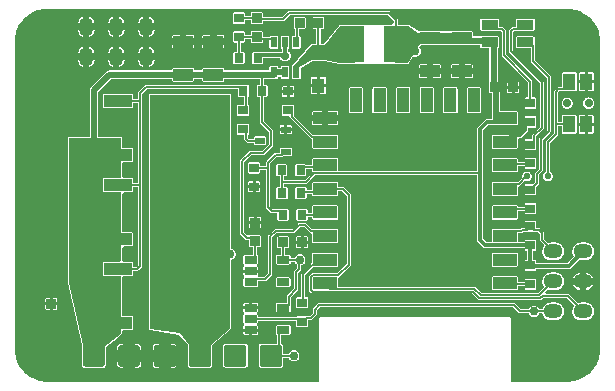
<source format=gbr>
%TF.GenerationSoftware,Altium Limited,Altium Designer,20.1.8 (145)*%
G04 Layer_Physical_Order=1*
G04 Layer_Color=255*
%FSLAX45Y45*%
%MOMM*%
%TF.SameCoordinates,D4C556C9-1411-47D8-9651-3FCF20F6754B*%
%TF.FilePolarity,Positive*%
%TF.FileFunction,Copper,L1,Top,Signal*%
%TF.Part,Single*%
G01*
G75*
%TA.AperFunction,SMDPad,CuDef*%
G04:AMPARAMS|DCode=10|XSize=0.8mm|YSize=0.8mm|CornerRadius=0.004mm|HoleSize=0mm|Usage=FLASHONLY|Rotation=180.000|XOffset=0mm|YOffset=0mm|HoleType=Round|Shape=RoundedRectangle|*
%AMROUNDEDRECTD10*
21,1,0.80000,0.79200,0,0,180.0*
21,1,0.79200,0.80000,0,0,180.0*
1,1,0.00800,-0.39600,0.39600*
1,1,0.00800,0.39600,0.39600*
1,1,0.00800,0.39600,-0.39600*
1,1,0.00800,-0.39600,-0.39600*
%
%ADD10ROUNDEDRECTD10*%
%ADD11C,0.75000*%
G04:AMPARAMS|DCode=12|XSize=0.8mm|YSize=0.75mm|CornerRadius=0.00375mm|HoleSize=0mm|Usage=FLASHONLY|Rotation=90.000|XOffset=0mm|YOffset=0mm|HoleType=Round|Shape=RoundedRectangle|*
%AMROUNDEDRECTD12*
21,1,0.80000,0.74250,0,0,90.0*
21,1,0.79250,0.75000,0,0,90.0*
1,1,0.00750,0.37125,0.39625*
1,1,0.00750,0.37125,-0.39625*
1,1,0.00750,-0.37125,-0.39625*
1,1,0.00750,-0.37125,0.39625*
%
%ADD12ROUNDEDRECTD12*%
%TA.AperFunction,ConnectorPad*%
G04:AMPARAMS|DCode=13|XSize=0.8mm|YSize=0.75mm|CornerRadius=0.00375mm|HoleSize=0mm|Usage=FLASHONLY|Rotation=0.000|XOffset=0mm|YOffset=0mm|HoleType=Round|Shape=RoundedRectangle|*
%AMROUNDEDRECTD13*
21,1,0.80000,0.74250,0,0,0.0*
21,1,0.79250,0.75000,0,0,0.0*
1,1,0.00750,0.39625,-0.37125*
1,1,0.00750,-0.39625,-0.37125*
1,1,0.00750,-0.39625,0.37125*
1,1,0.00750,0.39625,0.37125*
%
%ADD13ROUNDEDRECTD13*%
%TA.AperFunction,SMDPad,CuDef*%
G04:AMPARAMS|DCode=14|XSize=0.8mm|YSize=0.75mm|CornerRadius=0.00375mm|HoleSize=0mm|Usage=FLASHONLY|Rotation=0.000|XOffset=0mm|YOffset=0mm|HoleType=Round|Shape=RoundedRectangle|*
%AMROUNDEDRECTD14*
21,1,0.80000,0.74250,0,0,0.0*
21,1,0.79250,0.75000,0,0,0.0*
1,1,0.00750,0.39625,-0.37125*
1,1,0.00750,-0.39625,-0.37125*
1,1,0.00750,-0.39625,0.37125*
1,1,0.00750,0.39625,0.37125*
%
%ADD14ROUNDEDRECTD14*%
G04:AMPARAMS|DCode=15|XSize=0.95mm|YSize=2.4mm|CornerRadius=0.00475mm|HoleSize=0mm|Usage=FLASHONLY|Rotation=90.000|XOffset=0mm|YOffset=0mm|HoleType=Round|Shape=RoundedRectangle|*
%AMROUNDEDRECTD15*
21,1,0.95000,2.39050,0,0,90.0*
21,1,0.94050,2.40000,0,0,90.0*
1,1,0.00950,1.19525,0.47025*
1,1,0.00950,1.19525,-0.47025*
1,1,0.00950,-1.19525,-0.47025*
1,1,0.00950,-1.19525,0.47025*
%
%ADD15ROUNDEDRECTD15*%
G04:AMPARAMS|DCode=16|XSize=5.55mm|YSize=6.8mm|CornerRadius=0.02775mm|HoleSize=0mm|Usage=FLASHONLY|Rotation=90.000|XOffset=0mm|YOffset=0mm|HoleType=Round|Shape=RoundedRectangle|*
%AMROUNDEDRECTD16*
21,1,5.55000,6.74450,0,0,90.0*
21,1,5.49450,6.80000,0,0,90.0*
1,1,0.05550,3.37225,2.74725*
1,1,0.05550,3.37225,-2.74725*
1,1,0.05550,-3.37225,-2.74725*
1,1,0.05550,-3.37225,2.74725*
%
%ADD16ROUNDEDRECTD16*%
G04:AMPARAMS|DCode=17|XSize=1.65mm|YSize=0.95mm|CornerRadius=0.00475mm|HoleSize=0mm|Usage=FLASHONLY|Rotation=0.000|XOffset=0mm|YOffset=0mm|HoleType=Round|Shape=RoundedRectangle|*
%AMROUNDEDRECTD17*
21,1,1.65000,0.94050,0,0,0.0*
21,1,1.64050,0.95000,0,0,0.0*
1,1,0.00950,0.82025,-0.47025*
1,1,0.00950,-0.82025,-0.47025*
1,1,0.00950,-0.82025,0.47025*
1,1,0.00950,0.82025,0.47025*
%
%ADD17ROUNDEDRECTD17*%
G04:AMPARAMS|DCode=18|XSize=0.8mm|YSize=0.8mm|CornerRadius=0.004mm|HoleSize=0mm|Usage=FLASHONLY|Rotation=90.000|XOffset=0mm|YOffset=0mm|HoleType=Round|Shape=RoundedRectangle|*
%AMROUNDEDRECTD18*
21,1,0.80000,0.79200,0,0,90.0*
21,1,0.79200,0.80000,0,0,90.0*
1,1,0.00800,0.39600,0.39600*
1,1,0.00800,0.39600,-0.39600*
1,1,0.00800,-0.39600,-0.39600*
1,1,0.00800,-0.39600,0.39600*
%
%ADD18ROUNDEDRECTD18*%
G04:AMPARAMS|DCode=19|XSize=0.54mm|YSize=0.9mm|CornerRadius=0.0027mm|HoleSize=0mm|Usage=FLASHONLY|Rotation=0.000|XOffset=0mm|YOffset=0mm|HoleType=Round|Shape=RoundedRectangle|*
%AMROUNDEDRECTD19*
21,1,0.54000,0.89460,0,0,0.0*
21,1,0.53460,0.90000,0,0,0.0*
1,1,0.00540,0.26730,-0.44730*
1,1,0.00540,-0.26730,-0.44730*
1,1,0.00540,-0.26730,0.44730*
1,1,0.00540,0.26730,0.44730*
%
%ADD19ROUNDEDRECTD19*%
G04:AMPARAMS|DCode=20|XSize=0.6mm|YSize=1.05mm|CornerRadius=0.03mm|HoleSize=0mm|Usage=FLASHONLY|Rotation=90.000|XOffset=0mm|YOffset=0mm|HoleType=Round|Shape=RoundedRectangle|*
%AMROUNDEDRECTD20*
21,1,0.60000,0.99000,0,0,90.0*
21,1,0.54000,1.05000,0,0,90.0*
1,1,0.06000,0.49500,0.27000*
1,1,0.06000,0.49500,-0.27000*
1,1,0.06000,-0.49500,-0.27000*
1,1,0.06000,-0.49500,0.27000*
%
%ADD20ROUNDEDRECTD20*%
%TA.AperFunction,ConnectorPad*%
G04:AMPARAMS|DCode=21|XSize=1mm|YSize=2mm|CornerRadius=0.005mm|HoleSize=0mm|Usage=FLASHONLY|Rotation=270.000|XOffset=0mm|YOffset=0mm|HoleType=Round|Shape=RoundedRectangle|*
%AMROUNDEDRECTD21*
21,1,1.00000,1.99000,0,0,270.0*
21,1,0.99000,2.00000,0,0,270.0*
1,1,0.01000,-0.99500,-0.49500*
1,1,0.01000,-0.99500,0.49500*
1,1,0.01000,0.99500,0.49500*
1,1,0.01000,0.99500,-0.49500*
%
%ADD21ROUNDEDRECTD21*%
G04:AMPARAMS|DCode=22|XSize=1mm|YSize=2mm|CornerRadius=0.005mm|HoleSize=0mm|Usage=FLASHONLY|Rotation=0.000|XOffset=0mm|YOffset=0mm|HoleType=Round|Shape=RoundedRectangle|*
%AMROUNDEDRECTD22*
21,1,1.00000,1.99000,0,0,0.0*
21,1,0.99000,2.00000,0,0,0.0*
1,1,0.01000,0.49500,-0.99500*
1,1,0.01000,-0.49500,-0.99500*
1,1,0.01000,-0.49500,0.99500*
1,1,0.01000,0.49500,0.99500*
%
%ADD22ROUNDEDRECTD22*%
%TA.AperFunction,SMDPad,CuDef*%
%ADD23R,2.00000X3.10000*%
%TA.AperFunction,ConnectorPad*%
G04:AMPARAMS|DCode=24|XSize=1.4mm|YSize=1.05mm|CornerRadius=0.00525mm|HoleSize=0mm|Usage=FLASHONLY|Rotation=90.000|XOffset=0mm|YOffset=0mm|HoleType=Round|Shape=RoundedRectangle|*
%AMROUNDEDRECTD24*
21,1,1.40000,1.03950,0,0,90.0*
21,1,1.38950,1.05000,0,0,90.0*
1,1,0.01050,0.51975,0.69475*
1,1,0.01050,0.51975,-0.69475*
1,1,0.01050,-0.51975,-0.69475*
1,1,0.01050,-0.51975,0.69475*
%
%ADD24ROUNDEDRECTD24*%
%TA.AperFunction,SMDPad,CuDef*%
%ADD25R,1.05000X1.25000*%
G04:AMPARAMS|DCode=26|XSize=0.8mm|YSize=1.4mm|CornerRadius=0.004mm|HoleSize=0mm|Usage=FLASHONLY|Rotation=90.000|XOffset=0mm|YOffset=0mm|HoleType=Round|Shape=RoundedRectangle|*
%AMROUNDEDRECTD26*
21,1,0.80000,1.39200,0,0,90.0*
21,1,0.79200,1.40000,0,0,90.0*
1,1,0.00800,0.69600,0.39600*
1,1,0.00800,0.69600,-0.39600*
1,1,0.00800,-0.69600,-0.39600*
1,1,0.00800,-0.69600,0.39600*
%
%ADD26ROUNDEDRECTD26*%
G04:AMPARAMS|DCode=27|XSize=0.55mm|YSize=0.8mm|CornerRadius=0.00275mm|HoleSize=0mm|Usage=FLASHONLY|Rotation=270.000|XOffset=0mm|YOffset=0mm|HoleType=Round|Shape=RoundedRectangle|*
%AMROUNDEDRECTD27*
21,1,0.55000,0.79450,0,0,270.0*
21,1,0.54450,0.80000,0,0,270.0*
1,1,0.00550,-0.39725,-0.27225*
1,1,0.00550,-0.39725,0.27225*
1,1,0.00550,0.39725,0.27225*
1,1,0.00550,0.39725,-0.27225*
%
%ADD27ROUNDEDRECTD27*%
%TA.AperFunction,Conductor*%
%ADD28C,0.12700*%
%ADD29C,0.15240*%
%ADD30C,0.50800*%
%ADD31C,0.30480*%
%TA.AperFunction,ViaPad*%
%ADD32O,4.00000X2.40000*%
%TA.AperFunction,ComponentPad*%
%ADD33O,1.60000X1.25000*%
%ADD34O,1.25000X1.60000*%
%ADD35C,0.70000*%
G04:AMPARAMS|DCode=36|XSize=1.8mm|YSize=1.8mm|CornerRadius=0.09mm|HoleSize=0mm|Usage=FLASHONLY|Rotation=0.000|XOffset=0mm|YOffset=0mm|HoleType=Round|Shape=RoundedRectangle|*
%AMROUNDEDRECTD36*
21,1,1.80000,1.62000,0,0,0.0*
21,1,1.62000,1.80000,0,0,0.0*
1,1,0.18000,0.81000,-0.81000*
1,1,0.18000,-0.81000,-0.81000*
1,1,0.18000,-0.81000,0.81000*
1,1,0.18000,0.81000,0.81000*
%
%ADD36ROUNDEDRECTD36*%
G04:AMPARAMS|DCode=37|XSize=1.8mm|YSize=1.8mm|CornerRadius=0.18mm|HoleSize=0mm|Usage=FLASHONLY|Rotation=180.000|XOffset=0mm|YOffset=0mm|HoleType=Round|Shape=RoundedRectangle|*
%AMROUNDEDRECTD37*
21,1,1.80000,1.44000,0,0,180.0*
21,1,1.44000,1.80000,0,0,180.0*
1,1,0.36000,-0.72000,0.72000*
1,1,0.36000,0.72000,0.72000*
1,1,0.36000,0.72000,-0.72000*
1,1,0.36000,-0.72000,-0.72000*
%
%ADD37ROUNDEDRECTD37*%
%TA.AperFunction,ViaPad*%
%ADD38C,0.70000*%
%ADD39C,0.66000*%
%ADD40C,0.56000*%
G36*
X4721865Y3177832D02*
X4743596Y3175260D01*
X4765058Y3170991D01*
X4786119Y3165051D01*
X4806650Y3157477D01*
X4826522Y3148316D01*
X4845615Y3137623D01*
X4863810Y3125466D01*
X4880995Y3111918D01*
X4897064Y3097064D01*
X4911918Y3080995D01*
X4925465Y3063810D01*
X4937622Y3045616D01*
X4948315Y3026523D01*
X4957476Y3006651D01*
X4965050Y2986120D01*
X4970990Y2965059D01*
X4975259Y2943597D01*
X4977831Y2921866D01*
X4977996Y2917671D01*
X4978545Y2900000D01*
X4978546Y2900000D01*
X4978546Y2882528D01*
Y300000D01*
X4978657Y299154D01*
X4977832Y278134D01*
X4975260Y256403D01*
X4970990Y234941D01*
X4965051Y213880D01*
X4957476Y193349D01*
X4948315Y173477D01*
X4937623Y154384D01*
X4925465Y136189D01*
X4911918Y119005D01*
X4897064Y102936D01*
X4880995Y88082D01*
X4863810Y74534D01*
X4845615Y62377D01*
X4826522Y51684D01*
X4806650Y42523D01*
X4786120Y34949D01*
X4765059Y29009D01*
X4743596Y24740D01*
X4721865Y22168D01*
X4700847Y21342D01*
X4699999Y21454D01*
X4224064D01*
Y554630D01*
X4223078Y559586D01*
X4220271Y563787D01*
X4216071Y566593D01*
X4211115Y567579D01*
X2611115D01*
X2606160Y566593D01*
X2601959Y563787D01*
X2599152Y559586D01*
X2598166Y554630D01*
Y21454D01*
X317589Y21453D01*
X317512Y21454D01*
X300000Y21454D01*
X282446Y21999D01*
X278135Y22168D01*
X256404Y24740D01*
X234941Y29009D01*
X213880Y34949D01*
X193350Y42523D01*
X173477Y51685D01*
X154385Y62377D01*
X136190Y74534D01*
X119005Y88082D01*
X102936Y102936D01*
X88082Y119005D01*
X74535Y136190D01*
X62377Y154385D01*
X51685Y173477D01*
X42523Y193350D01*
X34949Y213880D01*
X29010Y234941D01*
X24740Y256403D01*
X22168Y278134D01*
X21343Y299155D01*
X21454Y300000D01*
Y2900000D01*
X21342Y2900849D01*
X22168Y2921866D01*
X24740Y2943597D01*
X29009Y2965059D01*
X34949Y2986120D01*
X42523Y3006651D01*
X51684Y3026523D01*
X62377Y3045616D01*
X74534Y3063810D01*
X88082Y3080995D01*
X102936Y3097064D01*
X119005Y3111918D01*
X136189Y3125466D01*
X154384Y3137623D01*
X173477Y3148316D01*
X193349Y3157477D01*
X213880Y3165051D01*
X234941Y3170991D01*
X256403Y3175260D01*
X278134Y3177832D01*
X298851Y3178646D01*
X299610Y3178546D01*
X4699999Y3178547D01*
X4700845Y3178658D01*
X4721865Y3177832D01*
D02*
G37*
%LPC*%
G36*
X3189840Y3160079D02*
X3189838Y3160079D01*
X2347830D01*
X2343521Y3159511D01*
X2339504Y3157847D01*
X2336055Y3155201D01*
X2336055Y3155200D01*
X2288882Y3108028D01*
X2120765D01*
Y3138980D01*
X2119945Y3143100D01*
X2117611Y3146593D01*
X2114118Y3148927D01*
X2109998Y3149747D01*
X2030798D01*
X2026677Y3148927D01*
X2023184Y3146593D01*
X2020850Y3143100D01*
X2020031Y3138980D01*
Y3116033D01*
X1970688D01*
Y3137510D01*
X1969871Y3141620D01*
X1967542Y3145105D01*
X1964058Y3147433D01*
X1959947Y3148251D01*
X1880697D01*
X1876587Y3147433D01*
X1873102Y3145105D01*
X1870773Y3141620D01*
X1869956Y3137510D01*
Y3063259D01*
X1870773Y3059149D01*
X1873102Y3055664D01*
X1876587Y3053336D01*
X1880697Y3052518D01*
X1959947D01*
X1964058Y3053336D01*
X1967542Y3055664D01*
X1969871Y3059149D01*
X1970688Y3063259D01*
Y3082728D01*
X2020031D01*
Y3059780D01*
X2020850Y3055660D01*
X2023184Y3052167D01*
X2026677Y3049833D01*
X2030798Y3049013D01*
X2109998D01*
X2114118Y3049833D01*
X2117611Y3052167D01*
X2119945Y3055660D01*
X2120765Y3059780D01*
Y3074723D01*
X2295778D01*
X2295780Y3074723D01*
X2300090Y3075291D01*
X2304107Y3076954D01*
X2307555Y3079601D01*
X2354728Y3126774D01*
X3182942D01*
X3232692Y3077024D01*
Y3057881D01*
X3230034Y3054221D01*
X3219006Y3045786D01*
X3214912Y3044468D01*
X2912702Y3044468D01*
X2907747Y3043483D01*
X2905049Y3041680D01*
X2882975D01*
X2881973Y3041879D01*
X2881972Y3041879D01*
X2786882D01*
X2779346Y3041880D01*
X2769184Y3041680D01*
Y3035533D01*
X2641559Y2883918D01*
X2611812D01*
Y3008183D01*
X2633479D01*
X2637599Y3009003D01*
X2641092Y3011337D01*
X2643426Y3014830D01*
X2644246Y3018950D01*
Y3098150D01*
X2643426Y3102270D01*
X2641092Y3105763D01*
X2637599Y3108097D01*
X2633479Y3108917D01*
X2554279D01*
X2550159Y3108097D01*
X2546666Y3105763D01*
X2544332Y3102270D01*
X2543512Y3098150D01*
Y3018950D01*
X2544332Y3014830D01*
X2546666Y3011337D01*
X2550159Y3009003D01*
X2554279Y3008183D01*
X2575946D01*
Y2883918D01*
X2548917D01*
X2541379Y2883918D01*
X2531218Y2883719D01*
Y2877641D01*
X2370328Y2691197D01*
X2369516Y2689764D01*
X2368600Y2688393D01*
X2368525Y2688015D01*
X2368335Y2687681D01*
X2368133Y2686045D01*
X2367812Y2684429D01*
Y2684185D01*
X2367807Y2684159D01*
Y2594699D01*
X2367812Y2594673D01*
Y2594423D01*
X2368600Y2590459D01*
X2370846Y2587098D01*
X2374207Y2584852D01*
X2378171Y2584064D01*
X2432171D01*
X2436135Y2584852D01*
X2439496Y2587098D01*
X2441742Y2590459D01*
X2442530Y2594423D01*
Y2594673D01*
X2442535Y2594699D01*
Y2678453D01*
X2544197Y2738200D01*
X2645337D01*
X2769184Y2713015D01*
Y2711360D01*
X2778345D01*
X2779346Y2711161D01*
X2899752D01*
X2900754Y2711360D01*
X2905047D01*
X2907746Y2709556D01*
X2912701Y2708571D01*
X3217282Y2708570D01*
X3222237Y2709556D01*
X3224937Y2711360D01*
X3237860D01*
X3238861Y2711161D01*
X3348861D01*
X3349863Y2711360D01*
X3359505D01*
Y2718854D01*
X3396317Y2774886D01*
X3404417Y2772430D01*
X3413760Y2771509D01*
X3423103Y2772430D01*
X3432087Y2775155D01*
X3440367Y2779580D01*
X3447624Y2785536D01*
X3453580Y2792793D01*
X3458005Y2801073D01*
X3460730Y2810057D01*
X3461651Y2819400D01*
X3460730Y2828743D01*
X3458005Y2837727D01*
X3453580Y2846007D01*
X3447727Y2853138D01*
X3459939Y2871726D01*
X3618735D01*
X3619211Y2871820D01*
X3723834D01*
X3724310Y2871726D01*
X3888360D01*
X3892510Y2872551D01*
X3892862Y2872787D01*
X3963479D01*
Y2854434D01*
X3964298Y2850314D01*
X3966632Y2846821D01*
X3970125Y2844487D01*
X3974246Y2843667D01*
X4041764D01*
Y2562031D01*
X4040760Y2561832D01*
X4037267Y2559498D01*
X4034933Y2556005D01*
X4034113Y2551884D01*
Y2472684D01*
X4034933Y2468564D01*
X4037267Y2465071D01*
X4040760Y2462737D01*
X4044880Y2461917D01*
X4060691D01*
Y2278352D01*
X4060747Y2277793D01*
Y2244519D01*
X4022501D01*
X4015870Y2243647D01*
X4009691Y2241087D01*
X4004385Y2237016D01*
X3942595Y2175225D01*
X3938523Y2169919D01*
X3935964Y2163740D01*
X3935091Y2157109D01*
Y1801263D01*
X2763862D01*
X2761484Y1804160D01*
Y1903160D01*
X2760657Y1907320D01*
X2758301Y1910846D01*
X2754775Y1913202D01*
X2750616Y1914029D01*
X2551615D01*
X2547456Y1913202D01*
X2543930Y1910846D01*
X2541574Y1907320D01*
X2540747Y1903160D01*
Y1853291D01*
X2490039D01*
X2489949Y1853747D01*
X2487620Y1857231D01*
X2484135Y1859560D01*
X2480025Y1860378D01*
X2405775D01*
X2401664Y1859560D01*
X2398179Y1857231D01*
X2395851Y1853747D01*
X2395033Y1849636D01*
Y1770386D01*
X2395851Y1766276D01*
X2398179Y1762791D01*
X2401664Y1760462D01*
X2405775Y1759645D01*
X2480025D01*
X2484135Y1760462D01*
X2487620Y1762791D01*
X2489949Y1766276D01*
X2490766Y1770386D01*
Y1819986D01*
X2540747D01*
Y1804160D01*
X2541574Y1800001D01*
X2543930Y1796475D01*
X2544307Y1792644D01*
X2483433Y1731769D01*
X2299552D01*
Y1759645D01*
X2320025D01*
X2324135Y1760462D01*
X2327620Y1762791D01*
X2329949Y1766276D01*
X2330766Y1770386D01*
Y1849636D01*
X2329949Y1853747D01*
X2327620Y1857231D01*
X2324135Y1859560D01*
X2320025Y1860378D01*
X2245775D01*
X2241664Y1859560D01*
X2238179Y1857231D01*
X2235851Y1853747D01*
X2235033Y1849636D01*
Y1770386D01*
X2235851Y1766276D01*
X2238179Y1762791D01*
X2241664Y1760462D01*
X2245775Y1759645D01*
X2266247D01*
Y1669502D01*
X2247579D01*
X2243469Y1668684D01*
X2239984Y1666356D01*
X2237655Y1662871D01*
X2236838Y1658761D01*
Y1579511D01*
X2237655Y1575400D01*
X2239984Y1571915D01*
X2243469Y1569587D01*
X2247579Y1568769D01*
X2321829D01*
X2325940Y1569587D01*
X2329425Y1571915D01*
X2331753Y1575400D01*
X2332571Y1579511D01*
Y1658761D01*
X2331753Y1662871D01*
X2329425Y1666356D01*
X2325940Y1668684D01*
X2321829Y1669502D01*
X2299552D01*
Y1698464D01*
X2490329D01*
X2490331Y1698464D01*
X2494640Y1699032D01*
X2498657Y1700696D01*
X2502106Y1703342D01*
X2566721Y1767958D01*
X3935091D01*
Y1222349D01*
X3935964Y1215718D01*
X3938523Y1209539D01*
X3942595Y1204233D01*
X3989223Y1157604D01*
X3994529Y1153533D01*
X4000708Y1150974D01*
X4007339Y1150101D01*
X4338246D01*
Y1139475D01*
X4339064Y1135365D01*
X4341392Y1131880D01*
X4344877Y1129551D01*
X4348988Y1128734D01*
X4363027D01*
Y1054487D01*
X4349055D01*
X4344945Y1053669D01*
X4341460Y1051341D01*
X4339131Y1047856D01*
X4338314Y1043745D01*
Y969495D01*
X4339131Y965385D01*
X4341460Y961900D01*
X4344945Y959571D01*
X4349055Y958754D01*
X4428305D01*
X4432416Y959571D01*
X4435900Y961900D01*
X4438229Y965385D01*
X4439046Y969495D01*
Y975843D01*
X4711302D01*
X4717933Y976716D01*
X4724112Y979275D01*
X4729418Y983347D01*
X4798325Y1052253D01*
X4805560Y1050516D01*
X4817360Y1049588D01*
X4852360D01*
X4864160Y1050516D01*
X4875670Y1053280D01*
X4886606Y1057809D01*
X4896698Y1063994D01*
X4905699Y1071681D01*
X4913386Y1080682D01*
X4919571Y1090775D01*
X4924101Y1101710D01*
X4926864Y1113220D01*
X4927793Y1125020D01*
X4926864Y1136820D01*
X4924101Y1148330D01*
X4919571Y1159266D01*
X4913386Y1169358D01*
X4905699Y1178359D01*
X4896698Y1186046D01*
X4886606Y1192231D01*
X4875670Y1196761D01*
X4864160Y1199524D01*
X4852360Y1200453D01*
X4817360D01*
X4805560Y1199524D01*
X4794051Y1196761D01*
X4783115Y1192231D01*
X4773022Y1186046D01*
X4764022Y1178359D01*
X4756334Y1169358D01*
X4750150Y1159266D01*
X4745620Y1148330D01*
X4742857Y1136820D01*
X4741928Y1125020D01*
X4742857Y1113220D01*
X4745620Y1101710D01*
X4750150Y1090775D01*
X4755558Y1081949D01*
X4700691Y1027082D01*
X4439046D01*
Y1043745D01*
X4438229Y1047856D01*
X4435900Y1051341D01*
X4432416Y1053669D01*
X4428305Y1054487D01*
X4414265D01*
Y1128734D01*
X4428238D01*
X4432348Y1129551D01*
X4435833Y1131880D01*
X4438162Y1135365D01*
X4438979Y1139475D01*
Y1213725D01*
X4438162Y1217836D01*
X4435833Y1221321D01*
X4432348Y1223649D01*
X4428238Y1224467D01*
X4348988D01*
X4344877Y1223649D01*
X4341392Y1221321D01*
X4339064Y1217836D01*
X4338246Y1213725D01*
Y1201339D01*
X4283799D01*
X4281484Y1204160D01*
Y1280658D01*
X4309448D01*
X4309450Y1280658D01*
X4313760Y1281225D01*
X4317776Y1282889D01*
X4321225Y1285535D01*
X4324488Y1288798D01*
X4348666D01*
X4348988Y1288734D01*
X4428238D01*
X4428560Y1288798D01*
X4450514D01*
X4469102Y1270209D01*
Y1220128D01*
X4469102Y1220126D01*
X4469669Y1215816D01*
X4471333Y1211799D01*
X4473979Y1208351D01*
X4507235Y1175095D01*
X4502334Y1169358D01*
X4496150Y1159266D01*
X4491620Y1148330D01*
X4488857Y1136820D01*
X4487928Y1125020D01*
X4488857Y1113220D01*
X4491620Y1101710D01*
X4496150Y1090775D01*
X4502334Y1080682D01*
X4510022Y1071681D01*
X4519022Y1063994D01*
X4529115Y1057809D01*
X4540051Y1053280D01*
X4551560Y1050516D01*
X4563360Y1049588D01*
X4598360D01*
X4610160Y1050516D01*
X4621670Y1053280D01*
X4632606Y1057809D01*
X4642698Y1063994D01*
X4651699Y1071681D01*
X4659386Y1080682D01*
X4665571Y1090775D01*
X4670101Y1101710D01*
X4672864Y1113220D01*
X4673793Y1125020D01*
X4672864Y1136820D01*
X4670101Y1148330D01*
X4665571Y1159266D01*
X4659386Y1169358D01*
X4651699Y1178359D01*
X4642698Y1186046D01*
X4632606Y1192231D01*
X4621670Y1196761D01*
X4610160Y1199524D01*
X4598360Y1200453D01*
X4563360D01*
X4551560Y1199524D01*
X4540051Y1196761D01*
X4534832Y1194599D01*
X4502407Y1227024D01*
Y1277105D01*
X4502407Y1277107D01*
X4501840Y1281417D01*
X4500176Y1285434D01*
X4497530Y1288882D01*
X4469187Y1317225D01*
X4465738Y1319872D01*
X4461721Y1321535D01*
X4457411Y1322103D01*
X4457409Y1322103D01*
X4438979D01*
Y1373725D01*
X4438162Y1377836D01*
X4435833Y1381321D01*
X4432348Y1383649D01*
X4428238Y1384467D01*
X4348988D01*
X4344877Y1383649D01*
X4341392Y1381321D01*
X4339064Y1377836D01*
X4338246Y1373725D01*
Y1322103D01*
X4317590D01*
X4313280Y1321535D01*
X4309264Y1319872D01*
X4305815Y1317225D01*
X4305814Y1317224D01*
X4302552Y1313963D01*
X4270948D01*
X4270616Y1314029D01*
X4071615D01*
X4067456Y1313202D01*
X4063930Y1310845D01*
X4061574Y1307319D01*
X4060747Y1303160D01*
Y1204160D01*
X4058431Y1201339D01*
X4017951D01*
X3986329Y1232961D01*
Y1784610D01*
Y2146498D01*
X4033113Y2193281D01*
X4091792D01*
X4091873Y2193292D01*
X4270616D01*
X4274775Y2194119D01*
X4278301Y2196475D01*
X4280657Y2200001D01*
X4281484Y2204160D01*
Y2303160D01*
X4280657Y2307319D01*
X4278301Y2310846D01*
X4274775Y2313202D01*
X4270616Y2314029D01*
X4132155D01*
Y2465762D01*
X4134027Y2468564D01*
X4134847Y2472684D01*
Y2551884D01*
X4134027Y2556005D01*
X4131693Y2559498D01*
X4128200Y2561832D01*
X4124080Y2562651D01*
X4113228D01*
Y2843667D01*
X4113445D01*
X4117566Y2844487D01*
X4121059Y2846821D01*
X4123393Y2850314D01*
X4124212Y2854434D01*
Y2933634D01*
X4123393Y2937754D01*
X4121059Y2941247D01*
X4117566Y2943581D01*
X4113445Y2944401D01*
X3974246D01*
X3973491Y2944251D01*
X3899203D01*
Y2976619D01*
X3898378Y2980768D01*
X3896027Y2984286D01*
X3892510Y2986637D01*
X3888360Y2987462D01*
X3724310D01*
X3724264Y2987453D01*
X3618781D01*
X3618735Y2987462D01*
X3454685D01*
X3454639Y2987453D01*
X3442821D01*
X3359505Y3037228D01*
Y3041680D01*
X3348861Y3041880D01*
X3341807Y3041879D01*
X3265997D01*
Y3083921D01*
X3265430Y3088231D01*
X3263766Y3092248D01*
X3261120Y3095696D01*
X3261119Y3095697D01*
X3201615Y3155201D01*
X3198166Y3157847D01*
X3194150Y3159511D01*
X3189840Y3160079D01*
D02*
G37*
G36*
X1162263Y3113150D02*
Y3055187D01*
X1207400D01*
X1207250Y3057089D01*
X1204581Y3068210D01*
X1200204Y3078776D01*
X1194228Y3088528D01*
X1186800Y3097224D01*
X1178104Y3104652D01*
X1168352Y3110628D01*
X1162263Y3113150D01*
D02*
G37*
G36*
X908263D02*
Y3055187D01*
X953400D01*
X953250Y3057089D01*
X950581Y3068210D01*
X946204Y3078776D01*
X940228Y3088528D01*
X932800Y3097224D01*
X924104Y3104652D01*
X914352Y3110628D01*
X908263Y3113150D01*
D02*
G37*
G36*
X654263D02*
Y3055187D01*
X699400D01*
X699250Y3057089D01*
X696581Y3068210D01*
X692204Y3078776D01*
X686228Y3088528D01*
X678800Y3097224D01*
X670104Y3104652D01*
X660352Y3110628D01*
X654263Y3113150D01*
D02*
G37*
G36*
X1108263D02*
X1102174Y3110628D01*
X1092422Y3104652D01*
X1083726Y3097224D01*
X1076298Y3088528D01*
X1070322Y3078776D01*
X1065945Y3068210D01*
X1063275Y3057089D01*
X1063126Y3055187D01*
X1108263D01*
Y3113150D01*
D02*
G37*
G36*
X854263D02*
X848174Y3110628D01*
X838422Y3104652D01*
X829726Y3097224D01*
X822298Y3088528D01*
X816322Y3078776D01*
X811945Y3068210D01*
X809275Y3057089D01*
X809126Y3055187D01*
X854263D01*
Y3113150D01*
D02*
G37*
G36*
X600263D02*
X594174Y3110628D01*
X584422Y3104652D01*
X575726Y3097224D01*
X568298Y3088528D01*
X562322Y3078776D01*
X557945Y3068210D01*
X555275Y3057089D01*
X555126Y3055187D01*
X600263D01*
Y3113150D01*
D02*
G37*
G36*
X4413445Y3094401D02*
X4274246D01*
X4270125Y3093581D01*
X4266632Y3091247D01*
X4264298Y3087754D01*
X4263479Y3083634D01*
Y3027036D01*
X4242653D01*
X4242651Y3027037D01*
X4238341Y3026469D01*
X4234325Y3024805D01*
X4230876Y3022159D01*
X4211998Y3003281D01*
X4209351Y2999832D01*
X4207688Y2995815D01*
X4207120Y2991506D01*
X4207120Y2991504D01*
Y2817081D01*
X4207120Y2817079D01*
X4207688Y2812769D01*
X4209351Y2808752D01*
X4211998Y2805304D01*
X4467346Y2549955D01*
Y2174338D01*
X4410488Y2117479D01*
X4407842Y2114031D01*
X4406178Y2110014D01*
X4405610Y2105704D01*
X4405610Y2105702D01*
Y2076767D01*
X4348988D01*
X4344877Y2075949D01*
X4341392Y2073621D01*
X4339064Y2070136D01*
X4338246Y2066026D01*
Y1991775D01*
X4339064Y1987665D01*
X4341392Y1984180D01*
X4344877Y1981852D01*
X4348988Y1981034D01*
X4428238D01*
X4432348Y1981852D01*
X4435833Y1984180D01*
X4438162Y1987665D01*
X4438979Y1991775D01*
Y2066026D01*
X4438915Y2066346D01*
Y2098806D01*
X4495773Y2155664D01*
X4495774Y2155665D01*
X4498420Y2159114D01*
X4500084Y2163130D01*
X4500652Y2167440D01*
X4500651Y2167442D01*
Y2556851D01*
X4500652Y2556853D01*
X4500084Y2561163D01*
X4498420Y2565179D01*
X4495774Y2568628D01*
X4495773Y2568629D01*
X4240425Y2823977D01*
Y2984608D01*
X4249549Y2993731D01*
X4273923D01*
X4274246Y2993667D01*
X4413445D01*
X4417566Y2994487D01*
X4421059Y2996821D01*
X4423393Y3000314D01*
X4424212Y3004434D01*
Y3083634D01*
X4423393Y3087754D01*
X4421059Y3091247D01*
X4417566Y3093581D01*
X4413445Y3094401D01*
D02*
G37*
G36*
X2109998Y2989747D02*
X2030798D01*
X2026677Y2988927D01*
X2023184Y2986593D01*
X2020850Y2983100D01*
X2020031Y2978980D01*
Y2956032D01*
X1970688D01*
Y2977509D01*
X1969871Y2981620D01*
X1967542Y2985105D01*
X1964058Y2987433D01*
X1959947Y2988251D01*
X1880697D01*
X1876587Y2987433D01*
X1873102Y2985105D01*
X1870773Y2981620D01*
X1869956Y2977509D01*
Y2903259D01*
X1870773Y2899149D01*
X1873102Y2895664D01*
X1876587Y2893335D01*
X1880697Y2892518D01*
X1903675D01*
Y2812215D01*
X1883202D01*
X1879092Y2811398D01*
X1875607Y2809069D01*
X1873279Y2805584D01*
X1872461Y2801474D01*
Y2722224D01*
X1873279Y2718113D01*
X1875607Y2714629D01*
X1879092Y2712300D01*
X1883202Y2711483D01*
X1957453D01*
X1961563Y2712300D01*
X1965048Y2714629D01*
X1967377Y2718113D01*
X1968194Y2722224D01*
Y2801474D01*
X1967377Y2805584D01*
X1965048Y2809069D01*
X1961563Y2811398D01*
X1957453Y2812215D01*
X1936980D01*
Y2892518D01*
X1959947D01*
X1964058Y2893335D01*
X1967542Y2895664D01*
X1969871Y2899149D01*
X1970688Y2903259D01*
Y2922727D01*
X2020031D01*
Y2899780D01*
X2020850Y2895660D01*
X2023184Y2892167D01*
X2026677Y2889833D01*
X2030798Y2889013D01*
X2109998D01*
X2114118Y2889833D01*
X2117611Y2892167D01*
X2119945Y2895660D01*
X2120765Y2899780D01*
Y2910097D01*
X2177807D01*
Y2849699D01*
X2178616Y2845630D01*
X2180922Y2842180D01*
X2184372Y2839874D01*
X2188441Y2839065D01*
X2241901D01*
X2245971Y2839874D01*
X2249420Y2842180D01*
X2251726Y2845630D01*
X2252535Y2849699D01*
Y2939159D01*
X2251726Y2943229D01*
X2249420Y2946678D01*
X2245971Y2948984D01*
X2241901Y2949793D01*
X2188441D01*
X2184372Y2948984D01*
X2180922Y2946678D01*
X2178732Y2943402D01*
X2120765D01*
Y2978980D01*
X2119945Y2983100D01*
X2117611Y2986593D01*
X2114118Y2988927D01*
X2109998Y2989747D01*
D02*
G37*
G36*
X953400Y3001187D02*
X908263D01*
Y2943224D01*
X914352Y2945746D01*
X924104Y2951722D01*
X932800Y2959150D01*
X940228Y2967847D01*
X946204Y2977598D01*
X950581Y2988165D01*
X953250Y2999286D01*
X953400Y3001187D01*
D02*
G37*
G36*
X699400D02*
X654263D01*
Y2943224D01*
X660352Y2945746D01*
X670104Y2951722D01*
X678800Y2959150D01*
X686228Y2967847D01*
X692204Y2977598D01*
X696581Y2988165D01*
X699250Y2999286D01*
X699400Y3001187D01*
D02*
G37*
G36*
X1207400D02*
X1162263D01*
Y2943224D01*
X1168352Y2945746D01*
X1178104Y2951722D01*
X1186800Y2959150D01*
X1194228Y2967847D01*
X1200204Y2977598D01*
X1204581Y2988165D01*
X1207250Y2999286D01*
X1207400Y3001187D01*
D02*
G37*
G36*
X1108263D02*
X1063126D01*
X1063275Y2999286D01*
X1065945Y2988165D01*
X1070322Y2977598D01*
X1076298Y2967847D01*
X1083726Y2959150D01*
X1092422Y2951722D01*
X1102174Y2945746D01*
X1108263Y2943224D01*
Y3001187D01*
D02*
G37*
G36*
X854263D02*
X809126D01*
X809275Y2999286D01*
X811945Y2988165D01*
X816322Y2977598D01*
X822298Y2967847D01*
X829726Y2959150D01*
X838422Y2951722D01*
X848174Y2945746D01*
X854263Y2943224D01*
Y3001187D01*
D02*
G37*
G36*
X600263D02*
X555126D01*
X555275Y2999286D01*
X557945Y2988165D01*
X562322Y2977598D01*
X568298Y2967847D01*
X575726Y2959150D01*
X584422Y2951722D01*
X594174Y2945746D01*
X600263Y2943224D01*
Y3001187D01*
D02*
G37*
G36*
X1786385Y2958306D02*
X1731360D01*
Y2927438D01*
X1797228D01*
Y2947463D01*
X1796403Y2951613D01*
X1794052Y2955130D01*
X1790535Y2957481D01*
X1786385Y2958306D01*
D02*
G37*
G36*
X1677360D02*
X1622335D01*
X1618185Y2957481D01*
X1614668Y2955130D01*
X1612317Y2951613D01*
X1611492Y2947463D01*
Y2927438D01*
X1677360D01*
Y2958306D01*
D02*
G37*
G36*
X1529853D02*
X1474828D01*
Y2927438D01*
X1540697D01*
Y2947463D01*
X1539871Y2951613D01*
X1537521Y2955130D01*
X1534003Y2957481D01*
X1529853Y2958306D01*
D02*
G37*
G36*
X1420829D02*
X1365803D01*
X1361654Y2957481D01*
X1358136Y2955130D01*
X1355786Y2951613D01*
X1354960Y2947463D01*
Y2927438D01*
X1420829D01*
Y2958306D01*
D02*
G37*
G36*
X1797228Y2873438D02*
X1731360D01*
Y2842570D01*
X1786385D01*
X1790535Y2843395D01*
X1794052Y2845746D01*
X1796403Y2849263D01*
X1797228Y2853413D01*
Y2873438D01*
D02*
G37*
G36*
X1677360D02*
X1611492D01*
Y2853413D01*
X1612317Y2849263D01*
X1614668Y2845746D01*
X1618185Y2843395D01*
X1622335Y2842570D01*
X1677360D01*
Y2873438D01*
D02*
G37*
G36*
X1540697D02*
X1474828D01*
Y2842570D01*
X1529853D01*
X1534003Y2843395D01*
X1537521Y2845746D01*
X1539871Y2849263D01*
X1540697Y2853413D01*
Y2873438D01*
D02*
G37*
G36*
X1420829D02*
X1354960D01*
Y2853413D01*
X1355786Y2849263D01*
X1358136Y2845746D01*
X1361654Y2843395D01*
X1365803Y2842570D01*
X1420829D01*
Y2873438D01*
D02*
G37*
G36*
X2473479Y3108917D02*
X2394279D01*
X2390159Y3108097D01*
X2386666Y3105763D01*
X2384332Y3102270D01*
X2383512Y3098150D01*
Y3018950D01*
X2384332Y3014830D01*
X2386666Y3011337D01*
X2390159Y3009003D01*
X2394279Y3008183D01*
X2395156D01*
Y2949793D01*
X2378441D01*
X2374371Y2948984D01*
X2370922Y2946678D01*
X2368616Y2943229D01*
X2367807Y2939159D01*
Y2849699D01*
X2368616Y2845630D01*
X2370922Y2842180D01*
X2374371Y2839874D01*
X2378441Y2839065D01*
X2431901D01*
X2435970Y2839874D01*
X2439420Y2842180D01*
X2441726Y2845630D01*
X2442535Y2849699D01*
Y2939159D01*
X2441726Y2943229D01*
X2439420Y2946678D01*
X2435970Y2948984D01*
X2431901Y2949793D01*
X2431023D01*
Y3008183D01*
X2473479D01*
X2477599Y3009003D01*
X2481092Y3011337D01*
X2483426Y3014830D01*
X2484246Y3018950D01*
Y3098150D01*
X2483426Y3102270D01*
X2481092Y3105763D01*
X2477599Y3108097D01*
X2473479Y3108917D01*
D02*
G37*
G36*
X2336901Y2949793D02*
X2283441D01*
X2279371Y2948984D01*
X2275922Y2946678D01*
X2273616Y2943229D01*
X2272807Y2939159D01*
Y2849699D01*
X2273616Y2845630D01*
X2275922Y2842180D01*
X2279371Y2839874D01*
X2281649Y2839421D01*
X2282362Y2833112D01*
X2282722Y2827158D01*
X2282393Y2821719D01*
X2276279Y2816700D01*
X2271574Y2810967D01*
X2122207D01*
X2121563Y2811398D01*
X2117453Y2812215D01*
X2043203D01*
X2039092Y2811398D01*
X2035607Y2809069D01*
X2033279Y2805584D01*
X2032461Y2801474D01*
Y2722224D01*
X2033279Y2718113D01*
X2035607Y2714629D01*
X2039092Y2712300D01*
X2043203Y2711483D01*
X2117453D01*
X2121563Y2712300D01*
X2125048Y2714629D01*
X2127377Y2718113D01*
X2128194Y2722224D01*
Y2759729D01*
X2268420D01*
X2270318Y2756179D01*
X2276279Y2748916D01*
X2283542Y2742955D01*
X2291829Y2738526D01*
X2300820Y2735798D01*
X2310171Y2734877D01*
X2319522Y2735798D01*
X2328513Y2738526D01*
X2336800Y2742955D01*
X2344063Y2748916D01*
X2350024Y2756179D01*
X2354453Y2764466D01*
X2357181Y2773457D01*
X2358102Y2782808D01*
X2357181Y2792159D01*
X2354453Y2801151D01*
X2350024Y2809437D01*
X2344063Y2816700D01*
X2337948Y2821719D01*
X2337620Y2827158D01*
X2337980Y2833112D01*
X2338692Y2839421D01*
X2340970Y2839874D01*
X2344420Y2842180D01*
X2346726Y2845630D01*
X2347535Y2849699D01*
Y2939159D01*
X2346726Y2943229D01*
X2344420Y2946678D01*
X2340970Y2948984D01*
X2336901Y2949793D01*
D02*
G37*
G36*
X1162263Y2859150D02*
Y2801187D01*
X1207400D01*
X1207250Y2803089D01*
X1204581Y2814210D01*
X1200204Y2824776D01*
X1194228Y2834528D01*
X1186800Y2843224D01*
X1178104Y2850652D01*
X1168352Y2856628D01*
X1162263Y2859150D01*
D02*
G37*
G36*
X908263D02*
Y2801187D01*
X953400D01*
X953250Y2803089D01*
X950581Y2814210D01*
X946204Y2824776D01*
X940228Y2834528D01*
X932800Y2843224D01*
X924104Y2850652D01*
X914352Y2856628D01*
X908263Y2859150D01*
D02*
G37*
G36*
X654263D02*
Y2801187D01*
X699400D01*
X699250Y2803089D01*
X696581Y2814210D01*
X692204Y2824776D01*
X686228Y2834528D01*
X678800Y2843224D01*
X670104Y2850652D01*
X660352Y2856628D01*
X654263Y2859150D01*
D02*
G37*
G36*
X1108263D02*
X1102174Y2856628D01*
X1092422Y2850652D01*
X1083726Y2843224D01*
X1076298Y2834528D01*
X1070322Y2824776D01*
X1065945Y2814210D01*
X1063275Y2803089D01*
X1063126Y2801187D01*
X1108263D01*
Y2859150D01*
D02*
G37*
G36*
X854263D02*
X848174Y2856628D01*
X838422Y2850652D01*
X829726Y2843224D01*
X822298Y2834528D01*
X816322Y2824776D01*
X811945Y2814210D01*
X809275Y2803089D01*
X809126Y2801187D01*
X854263D01*
Y2859150D01*
D02*
G37*
G36*
X600263D02*
X594174Y2856628D01*
X584422Y2850652D01*
X575726Y2843224D01*
X568298Y2834528D01*
X562322Y2824776D01*
X557945Y2814210D01*
X555275Y2803089D01*
X555126Y2801187D01*
X600263D01*
Y2859150D01*
D02*
G37*
G36*
X953400Y2747187D02*
X908263D01*
Y2689224D01*
X914352Y2691746D01*
X924104Y2697722D01*
X932800Y2705150D01*
X940228Y2713847D01*
X946204Y2723598D01*
X950581Y2734165D01*
X953250Y2745286D01*
X953400Y2747187D01*
D02*
G37*
G36*
X699400D02*
X654263D01*
Y2689224D01*
X660352Y2691746D01*
X670104Y2697722D01*
X678800Y2705150D01*
X686228Y2713847D01*
X692204Y2723598D01*
X696581Y2734165D01*
X699250Y2745286D01*
X699400Y2747187D01*
D02*
G37*
G36*
X1207400D02*
X1162263D01*
Y2689224D01*
X1168352Y2691746D01*
X1178104Y2697722D01*
X1186800Y2705150D01*
X1194228Y2713847D01*
X1200204Y2723598D01*
X1204581Y2734165D01*
X1207250Y2745286D01*
X1207400Y2747187D01*
D02*
G37*
G36*
X1108263D02*
X1063126D01*
X1063275Y2745286D01*
X1065945Y2734165D01*
X1070322Y2723598D01*
X1076298Y2713847D01*
X1083726Y2705150D01*
X1092422Y2697722D01*
X1102174Y2691746D01*
X1108263Y2689224D01*
Y2747187D01*
D02*
G37*
G36*
X854263D02*
X809126D01*
X809275Y2745286D01*
X811945Y2734165D01*
X816322Y2723598D01*
X822298Y2713847D01*
X829726Y2705150D01*
X838422Y2697722D01*
X848174Y2691746D01*
X854263Y2689224D01*
Y2747187D01*
D02*
G37*
G36*
X600263D02*
X555126D01*
X555275Y2745286D01*
X557945Y2734165D01*
X562322Y2723598D01*
X568298Y2713847D01*
X575726Y2705150D01*
X584422Y2697722D01*
X594174Y2691746D01*
X600263Y2689224D01*
Y2747187D01*
D02*
G37*
G36*
X3618735Y2707462D02*
X3563716D01*
Y2676592D01*
X3629578D01*
Y2696619D01*
X3628752Y2700769D01*
X3626402Y2704286D01*
X3622884Y2706637D01*
X3618735Y2707462D01*
D02*
G37*
G36*
X3888360D02*
X3833335D01*
Y2676592D01*
X3899203D01*
Y2696619D01*
X3898378Y2700769D01*
X3896027Y2704286D01*
X3892510Y2706637D01*
X3888360Y2707462D01*
D02*
G37*
G36*
X3779335D02*
X3724310D01*
X3720160Y2706637D01*
X3716643Y2704286D01*
X3714292Y2700769D01*
X3713467Y2696619D01*
Y2676592D01*
X3779335D01*
Y2707462D01*
D02*
G37*
G36*
X3509716D02*
X3454685D01*
X3450535Y2706637D01*
X3447017Y2704286D01*
X3444667Y2700769D01*
X3443841Y2696619D01*
Y2676592D01*
X3509716D01*
Y2707462D01*
D02*
G37*
G36*
X2336901Y2694793D02*
X2283441D01*
X2279371Y2693984D01*
X2275922Y2691678D01*
X2273616Y2688229D01*
X2272807Y2684159D01*
Y2675161D01*
X2252535D01*
Y2684159D01*
X2251726Y2688229D01*
X2249420Y2691678D01*
X2245971Y2693984D01*
X2241901Y2694793D01*
X2188441D01*
X2184372Y2693984D01*
X2180922Y2691678D01*
X2178616Y2688229D01*
X2177807Y2684159D01*
Y2656170D01*
X1797228D01*
Y2667463D01*
X1796403Y2671613D01*
X1794052Y2675130D01*
X1790535Y2677481D01*
X1786385Y2678306D01*
X1622335D01*
X1618185Y2677481D01*
X1614668Y2675130D01*
X1612317Y2671613D01*
X1611492Y2667463D01*
Y2656170D01*
X1540697D01*
Y2667463D01*
X1539871Y2671613D01*
X1537521Y2675130D01*
X1534003Y2677481D01*
X1529853Y2678306D01*
X1365803D01*
X1361654Y2677481D01*
X1358136Y2675130D01*
X1355786Y2671613D01*
X1354960Y2667463D01*
Y2656170D01*
X822121D01*
X822118Y2656170D01*
X815147Y2655483D01*
X808444Y2653450D01*
X802266Y2650148D01*
X796852Y2645704D01*
X796850Y2645703D01*
X668199Y2517052D01*
X663755Y2511637D01*
X660453Y2505460D01*
X658420Y2498756D01*
X657734Y2491785D01*
Y2092024D01*
X483771D01*
X479807Y2091236D01*
X476446Y2088990D01*
X474200Y2085629D01*
X473412Y2081665D01*
X473406Y859398D01*
X473625Y858297D01*
X473647Y857176D01*
X589840Y328007D01*
Y323326D01*
X588624Y319318D01*
X588032Y313300D01*
Y169300D01*
X588624Y163282D01*
X589841Y159272D01*
Y151000D01*
X590629Y147036D01*
X592875Y143675D01*
X596236Y141429D01*
X600200Y140641D01*
X607599D01*
X612862Y139044D01*
X618880Y138452D01*
X762880D01*
X768898Y139044D01*
X774162Y140641D01*
X780201D01*
X784165Y141429D01*
X787526Y143675D01*
X789772Y147036D01*
X790560Y151000D01*
Y155961D01*
X791380Y157495D01*
X793136Y163282D01*
X793728Y169300D01*
Y313300D01*
X793533Y315281D01*
X895786Y395246D01*
X896201Y395728D01*
X896730Y396081D01*
X930232Y429583D01*
X932477Y432944D01*
X933266Y436908D01*
X933266Y436910D01*
Y448724D01*
X945838Y461297D01*
X1016000D01*
X1020150Y462122D01*
X1023667Y464473D01*
X1026018Y467990D01*
X1026843Y472140D01*
Y566190D01*
X1026018Y570340D01*
X1023667Y573857D01*
X1020150Y576208D01*
X1016000Y577033D01*
X933265D01*
X933262Y906724D01*
X945834Y919297D01*
X1016000D01*
X1020150Y920122D01*
X1023667Y922473D01*
X1026018Y925991D01*
X1026843Y930140D01*
Y960513D01*
X1060741D01*
X1060743Y960512D01*
X1065053Y961080D01*
X1069069Y962744D01*
X1072518Y965390D01*
X1093027Y985899D01*
X1093028Y985900D01*
X1095674Y989349D01*
X1097338Y993365D01*
X1097905Y997675D01*
X1097905Y997677D01*
Y1684810D01*
Y2397535D01*
Y2457954D01*
X1138320Y2498369D01*
X1909257D01*
Y2444917D01*
X1910074Y2440806D01*
X1912403Y2437322D01*
X1915888Y2434993D01*
X1919998Y2434175D01*
X1963331D01*
Y2366561D01*
X1914958D01*
X1910848Y2365743D01*
X1907363Y2363415D01*
X1905035Y2359930D01*
X1904217Y2355819D01*
Y2281569D01*
X1905035Y2277458D01*
X1907363Y2273974D01*
X1910848Y2271645D01*
X1914958Y2270828D01*
X1994208D01*
X1998319Y2271645D01*
X2001804Y2273974D01*
X2004132Y2277458D01*
X2004950Y2281569D01*
Y2355819D01*
X2004132Y2359930D01*
X2001804Y2363415D01*
X1998319Y2365743D01*
X1996636Y2366078D01*
Y2434650D01*
X1998359Y2434993D01*
X2001844Y2437322D01*
X2004172Y2440806D01*
X2004990Y2444917D01*
Y2524167D01*
X2004172Y2528277D01*
X2001844Y2531762D01*
X1998359Y2534091D01*
X1994248Y2534908D01*
X1919998D01*
X1915888Y2534091D01*
X1912403Y2531762D01*
X1912344Y2531674D01*
X1131422D01*
X1127113Y2531107D01*
X1123096Y2529443D01*
X1119647Y2526797D01*
X1069477Y2476627D01*
X1066831Y2473178D01*
X1065168Y2469162D01*
X1064600Y2464852D01*
X1064600Y2464850D01*
Y2414188D01*
X1026843D01*
Y2444560D01*
X1026018Y2448710D01*
X1023667Y2452228D01*
X1020150Y2454578D01*
X1016000Y2455404D01*
X776950D01*
X772800Y2454578D01*
X769283Y2452228D01*
X766932Y2448710D01*
X766107Y2444560D01*
Y2350510D01*
X766932Y2346361D01*
X769283Y2342843D01*
X772800Y2340492D01*
X776950Y2339667D01*
X1016000D01*
X1020150Y2340492D01*
X1023667Y2342843D01*
X1026018Y2346361D01*
X1026843Y2350510D01*
Y2380883D01*
X1064600D01*
Y1701463D01*
X1026843D01*
Y1731835D01*
X1026018Y1735985D01*
X1023667Y1739502D01*
X1020150Y1741853D01*
X1016000Y1742679D01*
X947503D01*
X944912Y1744162D01*
X933255Y1755251D01*
X933255Y1755252D01*
X933254Y1869094D01*
X945827Y1881667D01*
X1016000D01*
X1020150Y1882492D01*
X1023667Y1884843D01*
X1026018Y1888360D01*
X1026843Y1892510D01*
Y1986560D01*
X1026018Y1990710D01*
X1023667Y1994227D01*
X1020150Y1996578D01*
X1016000Y1997403D01*
X933253D01*
X933252Y2081665D01*
X932464Y2085629D01*
X930218Y2088990D01*
X926857Y2091236D01*
X922893Y2092024D01*
X729197D01*
Y2476985D01*
X836919Y2584706D01*
X1354960D01*
Y2573413D01*
X1355786Y2569263D01*
X1358136Y2565746D01*
X1361654Y2563395D01*
X1365803Y2562570D01*
X1529853D01*
X1534003Y2563395D01*
X1537521Y2565746D01*
X1539871Y2569263D01*
X1540697Y2573413D01*
Y2584706D01*
X1611492D01*
Y2573413D01*
X1612317Y2569263D01*
X1614668Y2565746D01*
X1618185Y2563395D01*
X1622335Y2562570D01*
X1786385D01*
X1790535Y2563395D01*
X1794052Y2565746D01*
X1796403Y2569263D01*
X1797228Y2573413D01*
Y2584706D01*
X2099190D01*
Y2534908D01*
X2079998D01*
X2075888Y2534091D01*
X2072403Y2531762D01*
X2070075Y2528277D01*
X2069257Y2524167D01*
Y2444917D01*
X2070075Y2440806D01*
X2072403Y2437322D01*
X2075888Y2434993D01*
X2079998Y2434175D01*
X2099190D01*
Y2217082D01*
X2099190Y2217080D01*
X2099801Y2212438D01*
X2101593Y2208113D01*
X2104443Y2204399D01*
X2175148Y2133694D01*
Y2031198D01*
X2119499Y1975549D01*
X2019364D01*
X2019362Y1975550D01*
X2014720Y1974938D01*
X2010395Y1973147D01*
X2006681Y1970297D01*
X2006680Y1970296D01*
X1935455Y1899071D01*
X1932605Y1895357D01*
X1930814Y1891032D01*
X1930202Y1886390D01*
X1930203Y1886388D01*
Y1277957D01*
X1930202Y1277955D01*
X1930814Y1273313D01*
X1932605Y1268988D01*
X1935455Y1265274D01*
X1972168Y1228561D01*
X1972169Y1228560D01*
X1975883Y1225710D01*
X1980208Y1223918D01*
X1984850Y1223307D01*
X1984852Y1223307D01*
X2007771D01*
Y1169261D01*
X2008590Y1165140D01*
X2010924Y1161647D01*
X2014417Y1159313D01*
X2018538Y1158493D01*
X2040204D01*
Y1093538D01*
X1970538D01*
X1967102Y1093086D01*
X1963901Y1091760D01*
X1961152Y1089650D01*
X1959042Y1086901D01*
X1957716Y1083700D01*
X1957264Y1080265D01*
Y1026265D01*
X1957716Y1022829D01*
X1959042Y1019628D01*
X1961152Y1016879D01*
X1963576Y1015018D01*
X1964521Y1010481D01*
Y1001048D01*
X1963576Y996511D01*
X1961152Y994650D01*
X1959042Y991901D01*
X1957716Y988700D01*
X1957264Y985264D01*
Y970963D01*
X2020034D01*
X2082811D01*
Y985264D01*
X2082359Y988700D01*
X2081033Y991901D01*
X2078923Y994650D01*
X2076499Y996511D01*
X2075554Y1001048D01*
Y1010481D01*
X2076499Y1015018D01*
X2078923Y1016879D01*
X2081033Y1019628D01*
X2082359Y1022829D01*
X2082811Y1026265D01*
Y1080265D01*
X2082359Y1083700D01*
X2081033Y1086901D01*
X2078923Y1089650D01*
X2076174Y1091760D01*
X2076071Y1091803D01*
Y1158493D01*
X2097737D01*
X2101858Y1159313D01*
X2105351Y1161647D01*
X2107685Y1165140D01*
X2108505Y1169261D01*
Y1248460D01*
X2107685Y1252581D01*
X2105351Y1256074D01*
X2101858Y1258408D01*
X2097737Y1259227D01*
X2018538D01*
X2018270Y1259174D01*
X1992278D01*
X1966069Y1285383D01*
Y1878962D01*
X2026790Y1939682D01*
X2126926D01*
X2126928Y1939682D01*
X2131569Y1940294D01*
X2135894Y1942085D01*
X2139609Y1944935D01*
X2205762Y2011089D01*
X2208612Y2014803D01*
X2210404Y2019128D01*
X2211015Y2023770D01*
X2211015Y2023772D01*
Y2141122D01*
X2210404Y2145764D01*
X2208612Y2150089D01*
X2205762Y2153803D01*
X2205761Y2153804D01*
X2135057Y2224508D01*
Y2434175D01*
X2154249D01*
X2158359Y2434993D01*
X2161844Y2437322D01*
X2164172Y2440806D01*
X2164990Y2444917D01*
Y2524167D01*
X2164172Y2528277D01*
X2161844Y2531762D01*
X2158359Y2534091D01*
X2154249Y2534908D01*
X2135057D01*
Y2584706D01*
X2185218D01*
X2188441Y2584065D01*
X2241901D01*
X2245971Y2584874D01*
X2249420Y2587180D01*
X2251726Y2590630D01*
X2252535Y2594699D01*
Y2603697D01*
X2272807D01*
Y2594699D01*
X2273616Y2590630D01*
X2275922Y2587180D01*
X2279371Y2584874D01*
X2283441Y2584065D01*
X2336901D01*
X2340970Y2584874D01*
X2344420Y2587180D01*
X2346726Y2590630D01*
X2347535Y2594699D01*
Y2684159D01*
X2346726Y2688229D01*
X2344420Y2691678D01*
X2340970Y2693984D01*
X2336901Y2694793D01*
D02*
G37*
G36*
X3899203Y2622592D02*
X3833335D01*
Y2591726D01*
X3888360D01*
X3892510Y2592551D01*
X3896027Y2594902D01*
X3898378Y2598419D01*
X3899203Y2602569D01*
Y2622592D01*
D02*
G37*
G36*
X3779335D02*
X3713467D01*
Y2602569D01*
X3714292Y2598419D01*
X3716643Y2594902D01*
X3720160Y2592551D01*
X3724310Y2591726D01*
X3779335D01*
Y2622592D01*
D02*
G37*
G36*
X3629578D02*
X3563716D01*
Y2591726D01*
X3618735D01*
X3622884Y2592551D01*
X3626402Y2594902D01*
X3628752Y2598419D01*
X3629578Y2602569D01*
Y2622592D01*
D02*
G37*
G36*
X3509716D02*
X3443841D01*
Y2602569D01*
X3444667Y2598419D01*
X3447017Y2594902D01*
X3450535Y2592551D01*
X3454685Y2591726D01*
X3509716D01*
Y2622592D01*
D02*
G37*
G36*
X4914491Y2640369D02*
X4875218D01*
Y2572694D01*
X4925385D01*
Y2629475D01*
X4924556Y2633644D01*
X4922195Y2637178D01*
X4918660Y2639540D01*
X4914491Y2640369D01*
D02*
G37*
G36*
X4849818D02*
X4810541D01*
X4806372Y2639540D01*
X4802837Y2637178D01*
X4800476Y2633644D01*
X4799647Y2629475D01*
Y2572694D01*
X4849818D01*
Y2640369D01*
D02*
G37*
G36*
X2656539Y2598719D02*
X2606579D01*
Y2538759D01*
X2656539D01*
Y2598719D01*
D02*
G37*
G36*
X2581179D02*
X2531219D01*
Y2538759D01*
X2581179D01*
Y2598719D01*
D02*
G37*
G36*
X4284080Y2562651D02*
X4257186D01*
Y2524984D01*
X4294847D01*
Y2551884D01*
X4294027Y2556005D01*
X4291693Y2559498D01*
X4288200Y2561832D01*
X4284080Y2562651D01*
D02*
G37*
G36*
X4231786D02*
X4204880D01*
X4200760Y2561832D01*
X4197267Y2559498D01*
X4194933Y2556005D01*
X4194113Y2551884D01*
Y2524984D01*
X4231786D01*
Y2562651D01*
D02*
G37*
G36*
X4769491Y2640369D02*
X4665541D01*
X4661372Y2639540D01*
X4657838Y2637178D01*
X4655476Y2633644D01*
X4654647Y2629475D01*
Y2513002D01*
X4625617D01*
X4625615Y2513003D01*
X4621305Y2512435D01*
X4617289Y2510771D01*
X4613840Y2508125D01*
X4613839Y2508124D01*
X4593989Y2488274D01*
X4591343Y2484826D01*
X4589679Y2480809D01*
X4589112Y2476499D01*
X4589112Y2476497D01*
Y2200000D01*
Y2124990D01*
X4523975Y2059852D01*
X4521329Y2056404D01*
X4519665Y2052387D01*
X4519097Y2048077D01*
X4519097Y2048075D01*
Y1799024D01*
X4513029Y1795780D01*
X4506831Y1790694D01*
X4501745Y1784497D01*
X4497966Y1777426D01*
X4495639Y1769754D01*
X4494853Y1761776D01*
X4495639Y1753797D01*
X4497966Y1746125D01*
X4501745Y1739055D01*
X4506831Y1732857D01*
X4513029Y1727771D01*
X4520099Y1723992D01*
X4527771Y1721665D01*
X4535750Y1720879D01*
X4543729Y1721665D01*
X4551400Y1723992D01*
X4558471Y1727771D01*
X4564668Y1732857D01*
X4569754Y1739055D01*
X4573534Y1746125D01*
X4575861Y1753797D01*
X4576647Y1761776D01*
X4575861Y1769754D01*
X4573534Y1777426D01*
X4569754Y1784497D01*
X4564668Y1790694D01*
X4558471Y1795780D01*
X4552402Y1799024D01*
Y2041179D01*
X4617540Y2106317D01*
X4620186Y2109765D01*
X4621850Y2113782D01*
X4622417Y2118092D01*
Y2183348D01*
X4654647D01*
Y2130525D01*
X4655476Y2126356D01*
X4657838Y2122822D01*
X4661372Y2120460D01*
X4665541Y2119631D01*
X4769491D01*
X4773660Y2120460D01*
X4777195Y2122822D01*
X4779556Y2126356D01*
X4780385Y2130525D01*
Y2269475D01*
X4779556Y2273644D01*
X4777195Y2277179D01*
X4773660Y2279540D01*
X4769491Y2280369D01*
X4665541D01*
X4661372Y2279540D01*
X4657838Y2277179D01*
X4655476Y2273644D01*
X4654647Y2269475D01*
Y2216653D01*
X4622417D01*
Y2469601D01*
X4632513Y2479697D01*
X4665207D01*
X4665541Y2479631D01*
X4769491D01*
X4773660Y2480460D01*
X4777195Y2482822D01*
X4779556Y2486356D01*
X4780385Y2490525D01*
Y2629475D01*
X4779556Y2633644D01*
X4777195Y2637178D01*
X4773660Y2639540D01*
X4769491Y2640369D01*
D02*
G37*
G36*
X2376442Y2526561D02*
X2349517D01*
Y2491393D01*
X2387183D01*
Y2515819D01*
X2386366Y2519930D01*
X2384037Y2523415D01*
X2380553Y2525743D01*
X2376442Y2526561D01*
D02*
G37*
G36*
X2324117D02*
X2297192D01*
X2293082Y2525743D01*
X2289597Y2523415D01*
X2287268Y2519930D01*
X2286451Y2515819D01*
Y2491393D01*
X2324117D01*
Y2526561D01*
D02*
G37*
G36*
X4925385Y2547294D02*
X4875218D01*
Y2479631D01*
X4914491D01*
X4918660Y2480460D01*
X4922195Y2482822D01*
X4924556Y2486356D01*
X4925385Y2490525D01*
Y2547294D01*
D02*
G37*
G36*
X4849818D02*
X4799647D01*
Y2490525D01*
X4800476Y2486356D01*
X4802837Y2482822D01*
X4806372Y2480460D01*
X4810541Y2479631D01*
X4849818D01*
Y2547294D01*
D02*
G37*
G36*
X4294847Y2499584D02*
X4257186D01*
Y2461917D01*
X4284080D01*
X4288200Y2462737D01*
X4291693Y2465071D01*
X4294027Y2468564D01*
X4294847Y2472684D01*
Y2499584D01*
D02*
G37*
G36*
X4231786D02*
X4194113D01*
Y2472684D01*
X4194933Y2468564D01*
X4197267Y2465071D01*
X4200760Y2462737D01*
X4204880Y2461917D01*
X4231786D01*
Y2499584D01*
D02*
G37*
G36*
X1169250Y2456449D02*
X1169249Y2456448D01*
X1168953Y2456390D01*
X1166478Y2456390D01*
X1166477Y2456389D01*
X1162514Y2455601D01*
X1159153Y2453355D01*
X1156907Y2449994D01*
X1156119Y2446031D01*
X1156118Y2446030D01*
X1156119Y2443547D01*
X1156062Y2443261D01*
X1156061Y2443260D01*
X1156062Y2442925D01*
Y1893810D01*
X1156120Y1893520D01*
Y1730827D01*
X1156062Y1730535D01*
Y1181085D01*
X1156120Y1180791D01*
Y1023186D01*
X1156062Y1022890D01*
Y473440D01*
X1156121Y473142D01*
Y471332D01*
X1156354Y470160D01*
X1156395Y468965D01*
X1156745Y468197D01*
X1156910Y467368D01*
X1157574Y466373D01*
X1158069Y465286D01*
X1158686Y464710D01*
X1159155Y464007D01*
X1160150Y463342D01*
X1161023Y462527D01*
X1161814Y462231D01*
X1162516Y461761D01*
X1163689Y461528D01*
X1163931Y461437D01*
X1164203Y461256D01*
X1164657Y461165D01*
X1164808Y461109D01*
X1165559Y460986D01*
X1169250Y460252D01*
X1170047D01*
X1413602Y420408D01*
X1489099Y328944D01*
X1488693Y327965D01*
X1487947Y322300D01*
Y160300D01*
X1488693Y154635D01*
X1490879Y149357D01*
X1494358Y144824D01*
X1498891Y141345D01*
X1504169Y139159D01*
X1509834Y138413D01*
X1671834D01*
X1677499Y139159D01*
X1681302Y140735D01*
X1684795Y141429D01*
X1688156Y143675D01*
X1690401Y147036D01*
X1690931Y149702D01*
X1692975Y154635D01*
X1693721Y160300D01*
Y322300D01*
X1693006Y327734D01*
X1853171Y463428D01*
X1853440Y463766D01*
X1853800Y464007D01*
X1854690Y465338D01*
X1855686Y466592D01*
X1855806Y467008D01*
X1856046Y467368D01*
X1856358Y468937D01*
X1856799Y470478D01*
X1856750Y470908D01*
X1856834Y471332D01*
Y473168D01*
X1856888Y473440D01*
Y1022890D01*
X1856834Y1023162D01*
Y1054703D01*
X1864944Y1057163D01*
X1873224Y1061589D01*
X1880481Y1067544D01*
X1886437Y1074802D01*
X1890863Y1083081D01*
X1893588Y1092065D01*
X1894508Y1101408D01*
X1893588Y1110751D01*
X1890863Y1119735D01*
X1886437Y1128015D01*
X1880481Y1135272D01*
X1873224Y1141228D01*
X1864944Y1145654D01*
X1856834Y1148114D01*
Y1180813D01*
X1856888Y1181085D01*
Y1730535D01*
X1856834Y1730807D01*
Y1893538D01*
X1856888Y1893810D01*
Y2443260D01*
X1856834Y2443532D01*
Y2446030D01*
X1856046Y2449994D01*
X1853800Y2453355D01*
X1850439Y2455601D01*
X1846475Y2456389D01*
X1843997D01*
X1843700Y2456448D01*
X1169582Y2456449D01*
X1169250Y2456449D01*
D02*
G37*
G36*
X2656539Y2513359D02*
X2606579D01*
Y2453399D01*
X2656539D01*
Y2513359D01*
D02*
G37*
G36*
X2581179D02*
X2531219D01*
Y2453399D01*
X2581179D01*
Y2513359D01*
D02*
G37*
G36*
X2387183Y2465993D02*
X2349517D01*
Y2430828D01*
X2376442D01*
X2380553Y2431645D01*
X2384037Y2433974D01*
X2386366Y2437459D01*
X2387183Y2441569D01*
Y2465993D01*
D02*
G37*
G36*
X2324117D02*
X2286451D01*
Y2441569D01*
X2287268Y2437459D01*
X2289597Y2433974D01*
X2293082Y2431645D01*
X2297192Y2430828D01*
X2324117D01*
Y2465993D01*
D02*
G37*
G36*
X4880016Y2427931D02*
X4870665Y2427010D01*
X4861674Y2424282D01*
X4853387Y2419853D01*
X4846124Y2413892D01*
X4840163Y2406629D01*
X4835734Y2398342D01*
X4833006Y2389351D01*
X4832085Y2380000D01*
X4833006Y2370649D01*
X4835734Y2361658D01*
X4840163Y2353371D01*
X4846124Y2346108D01*
X4853387Y2340147D01*
X4861674Y2335718D01*
X4870665Y2332990D01*
X4880016Y2332069D01*
X4889367Y2332990D01*
X4898359Y2335718D01*
X4906645Y2340147D01*
X4913908Y2346108D01*
X4919869Y2353371D01*
X4924299Y2361658D01*
X4927026Y2370649D01*
X4927947Y2380000D01*
X4927026Y2389351D01*
X4924299Y2398342D01*
X4919869Y2406629D01*
X4913908Y2413892D01*
X4906645Y2419853D01*
X4898359Y2424282D01*
X4889367Y2427010D01*
X4880016Y2427931D01*
D02*
G37*
G36*
X4700016D02*
X4690665Y2427010D01*
X4681674Y2424282D01*
X4673387Y2419853D01*
X4666124Y2413892D01*
X4660163Y2406629D01*
X4655734Y2398342D01*
X4653006Y2389351D01*
X4652085Y2380000D01*
X4653006Y2370649D01*
X4655734Y2361658D01*
X4660163Y2353371D01*
X4666124Y2346108D01*
X4673387Y2340147D01*
X4681674Y2335718D01*
X4690665Y2332990D01*
X4700016Y2332069D01*
X4709367Y2332990D01*
X4718358Y2335718D01*
X4726645Y2340147D01*
X4733908Y2346108D01*
X4739869Y2353371D01*
X4744298Y2361658D01*
X4747026Y2370649D01*
X4747947Y2380000D01*
X4747026Y2389351D01*
X4744298Y2398342D01*
X4739869Y2406629D01*
X4733908Y2413892D01*
X4726645Y2419853D01*
X4718358Y2424282D01*
X4709367Y2427010D01*
X4700016Y2427931D01*
D02*
G37*
G36*
X4113445Y3094401D02*
X3974246D01*
X3970125Y3093581D01*
X3966632Y3091247D01*
X3964298Y3087754D01*
X3963479Y3083634D01*
Y3004434D01*
X3964298Y3000314D01*
X3966632Y2996821D01*
X3970125Y2994487D01*
X3974246Y2993667D01*
X4113445D01*
X4113769Y2993731D01*
X4137004D01*
X4148209Y2982527D01*
Y2783593D01*
X4148208Y2783591D01*
X4148776Y2779281D01*
X4150440Y2775265D01*
X4153086Y2771816D01*
X4371960Y2552942D01*
Y2427445D01*
X4348988D01*
X4344877Y2426628D01*
X4341392Y2424299D01*
X4339064Y2420814D01*
X4338246Y2416704D01*
Y2342454D01*
X4339064Y2338343D01*
X4341392Y2334858D01*
X4344877Y2332530D01*
X4348988Y2331712D01*
X4428238D01*
X4432348Y2332530D01*
X4435833Y2334858D01*
X4438162Y2338343D01*
X4438979Y2342454D01*
Y2416704D01*
X4438162Y2420814D01*
X4435833Y2424299D01*
X4432348Y2426628D01*
X4428238Y2427445D01*
X4405265D01*
Y2559838D01*
X4405266Y2559840D01*
X4404698Y2564150D01*
X4403034Y2568166D01*
X4400388Y2571615D01*
X4400387Y2571616D01*
X4181514Y2790489D01*
Y2989425D01*
X4180946Y2993735D01*
X4179282Y2997751D01*
X4176636Y3001200D01*
X4176635Y3001201D01*
X4155677Y3022159D01*
X4152228Y3024805D01*
X4148212Y3026469D01*
X4143902Y3027037D01*
X4143900Y3027036D01*
X4124212D01*
Y3083634D01*
X4123393Y3087754D01*
X4121059Y3091247D01*
X4117566Y3093581D01*
X4113445Y3094401D01*
D02*
G37*
G36*
X3960615Y2514029D02*
X3861615D01*
X3857456Y2513202D01*
X3853930Y2510846D01*
X3851574Y2507320D01*
X3850747Y2503160D01*
Y2304160D01*
X3851574Y2300001D01*
X3853930Y2296475D01*
X3857456Y2294119D01*
X3861615Y2293291D01*
X3960615D01*
X3964775Y2294119D01*
X3968301Y2296475D01*
X3970657Y2300001D01*
X3971484Y2304160D01*
Y2503160D01*
X3970657Y2507320D01*
X3968301Y2510846D01*
X3964775Y2513202D01*
X3960615Y2514029D01*
D02*
G37*
G36*
X3760615D02*
X3661615D01*
X3657456Y2513202D01*
X3653930Y2510846D01*
X3651574Y2507320D01*
X3650747Y2503160D01*
Y2304160D01*
X3651574Y2300001D01*
X3653930Y2296475D01*
X3657456Y2294119D01*
X3661615Y2293291D01*
X3760615D01*
X3764775Y2294119D01*
X3768301Y2296475D01*
X3770657Y2300001D01*
X3771484Y2304160D01*
Y2503160D01*
X3770657Y2507320D01*
X3768301Y2510846D01*
X3764775Y2513202D01*
X3760615Y2514029D01*
D02*
G37*
G36*
X3560615D02*
X3461615D01*
X3457456Y2513202D01*
X3453930Y2510846D01*
X3451574Y2507320D01*
X3450746Y2503160D01*
Y2304160D01*
X3451574Y2300001D01*
X3453930Y2296475D01*
X3457456Y2294119D01*
X3461615Y2293291D01*
X3560615D01*
X3564774Y2294119D01*
X3568300Y2296475D01*
X3570657Y2300001D01*
X3571484Y2304160D01*
Y2503160D01*
X3570657Y2507320D01*
X3568300Y2510846D01*
X3564774Y2513202D01*
X3560615Y2514029D01*
D02*
G37*
G36*
X3360615D02*
X3261615D01*
X3257456Y2513202D01*
X3253930Y2510846D01*
X3251574Y2507320D01*
X3250747Y2503160D01*
Y2304160D01*
X3251574Y2300001D01*
X3253930Y2296475D01*
X3257456Y2294119D01*
X3261615Y2293291D01*
X3360615D01*
X3364775Y2294119D01*
X3368301Y2296475D01*
X3370657Y2300001D01*
X3371484Y2304160D01*
Y2503160D01*
X3370657Y2507320D01*
X3368301Y2510846D01*
X3364775Y2513202D01*
X3360615Y2514029D01*
D02*
G37*
G36*
X3160615D02*
X3061615D01*
X3057456Y2513202D01*
X3053930Y2510846D01*
X3051574Y2507320D01*
X3050747Y2503160D01*
Y2304160D01*
X3051574Y2300001D01*
X3053930Y2296475D01*
X3057456Y2294119D01*
X3061615Y2293291D01*
X3160615D01*
X3164774Y2294119D01*
X3168300Y2296475D01*
X3170657Y2300001D01*
X3171484Y2304160D01*
Y2503160D01*
X3170657Y2507320D01*
X3168300Y2510846D01*
X3164774Y2513202D01*
X3160615Y2514029D01*
D02*
G37*
G36*
X2960615D02*
X2861615D01*
X2857456Y2513202D01*
X2853930Y2510846D01*
X2851574Y2507320D01*
X2850747Y2503160D01*
Y2304160D01*
X2851574Y2300001D01*
X2853930Y2296475D01*
X2857456Y2294119D01*
X2861615Y2293291D01*
X2960615D01*
X2964775Y2294119D01*
X2968301Y2296475D01*
X2970657Y2300001D01*
X2971484Y2304160D01*
Y2503160D01*
X2970657Y2507320D01*
X2968301Y2510846D01*
X2964775Y2513202D01*
X2960615Y2514029D01*
D02*
G37*
G36*
X2750616Y2314029D02*
X2678117D01*
Y2280665D01*
X2761484D01*
Y2303160D01*
X2760657Y2307319D01*
X2758301Y2310846D01*
X2754775Y2313202D01*
X2750616Y2314029D01*
D02*
G37*
G36*
X2624117D02*
X2551615D01*
X2547456Y2313202D01*
X2543930Y2310846D01*
X2541574Y2307319D01*
X2540747Y2303160D01*
Y2280665D01*
X2624117D01*
Y2314029D01*
D02*
G37*
G36*
X4914491Y2280369D02*
X4875221D01*
Y2212697D01*
X4925385D01*
Y2269475D01*
X4924556Y2273644D01*
X4922195Y2277179D01*
X4918660Y2279540D01*
X4914491Y2280369D01*
D02*
G37*
G36*
X4849821D02*
X4810541D01*
X4806372Y2279540D01*
X4802837Y2277179D01*
X4800476Y2273644D01*
X4799647Y2269475D01*
Y2212697D01*
X4849821D01*
Y2280369D01*
D02*
G37*
G36*
X2761484Y2226665D02*
X2678117D01*
Y2193292D01*
X2750616D01*
X2754775Y2194119D01*
X2758301Y2196475D01*
X2760657Y2200001D01*
X2761484Y2204160D01*
Y2226665D01*
D02*
G37*
G36*
X2624117D02*
X2540747D01*
Y2204160D01*
X2541574Y2200001D01*
X2543930Y2196475D01*
X2547456Y2194119D01*
X2551615Y2193292D01*
X2624117D01*
Y2226665D01*
D02*
G37*
G36*
X2356548Y2193865D02*
X2329519D01*
Y2168703D01*
X2367188D01*
Y2183225D01*
X2366378Y2187297D01*
X2364071Y2190748D01*
X2360620Y2193055D01*
X2356548Y2193865D01*
D02*
G37*
G36*
X2304119D02*
X2277099D01*
X2273027Y2193055D01*
X2269575Y2190748D01*
X2267269Y2187297D01*
X2266459Y2183225D01*
Y2168703D01*
X2304119D01*
Y2193865D01*
D02*
G37*
G36*
X4925385Y2187297D02*
X4875221D01*
Y2119631D01*
X4914491D01*
X4918660Y2120460D01*
X4922195Y2122822D01*
X4924556Y2126356D01*
X4925385Y2130525D01*
Y2187297D01*
D02*
G37*
G36*
X4849821D02*
X4799647D01*
Y2130525D01*
X4800476Y2126356D01*
X4802837Y2122822D01*
X4806372Y2120460D01*
X4810541Y2119631D01*
X4849821D01*
Y2187297D01*
D02*
G37*
G36*
X2367188Y2143303D02*
X2329519D01*
Y2118136D01*
X2356548D01*
X2360620Y2118946D01*
X2364071Y2121253D01*
X2366378Y2124704D01*
X2367188Y2128776D01*
Y2143303D01*
D02*
G37*
G36*
X2304119D02*
X2266459D01*
Y2128776D01*
X2267269Y2124704D01*
X2269575Y2121253D01*
X2273027Y2118946D01*
X2277099Y2118136D01*
X2304119D01*
Y2143303D01*
D02*
G37*
G36*
X4428238Y2267445D02*
X4348988D01*
X4344877Y2266627D01*
X4341392Y2264299D01*
X4339064Y2260814D01*
X4338246Y2256704D01*
Y2182453D01*
X4338310Y2182133D01*
Y2161231D01*
X4291041Y2113963D01*
X4270948D01*
X4270616Y2114029D01*
X4071615D01*
X4067456Y2113202D01*
X4063930Y2110845D01*
X4061574Y2107319D01*
X4060747Y2103160D01*
Y2004160D01*
X4061574Y2000001D01*
X4063930Y1996475D01*
X4067456Y1994119D01*
X4071615Y1993291D01*
X4270616D01*
X4274775Y1994119D01*
X4278301Y1996475D01*
X4280657Y2000001D01*
X4281484Y2004160D01*
Y2078596D01*
X4297940Y2080658D01*
X4302249Y2081225D01*
X4306266Y2082889D01*
X4309715Y2085535D01*
X4366737Y2142558D01*
X4366738Y2142558D01*
X4369384Y2146007D01*
X4371048Y2150024D01*
X4371615Y2154334D01*
Y2171712D01*
X4428238D01*
X4432348Y2172530D01*
X4435833Y2174858D01*
X4438162Y2178343D01*
X4438979Y2182453D01*
Y2256704D01*
X4438162Y2260814D01*
X4435833Y2264299D01*
X4432348Y2266627D01*
X4428238Y2267445D01*
D02*
G37*
G36*
X1994208Y2206560D02*
X1914958D01*
X1910848Y2205743D01*
X1907363Y2203414D01*
X1905035Y2199930D01*
X1904217Y2195819D01*
Y2121569D01*
X1905035Y2117458D01*
X1907363Y2113973D01*
X1910848Y2111645D01*
X1914958Y2110827D01*
X1963331D01*
Y2079310D01*
X1963331Y2079308D01*
X1963898Y2074998D01*
X1965562Y2070982D01*
X1968208Y2067533D01*
X1986515Y2049227D01*
X1986516Y2049226D01*
X1989965Y2046579D01*
X1993981Y2044916D01*
X1998291Y2044348D01*
X2046459D01*
Y2033776D01*
X2047269Y2029704D01*
X2049575Y2026253D01*
X2053027Y2023946D01*
X2057099Y2023136D01*
X2136548D01*
X2140620Y2023946D01*
X2144071Y2026253D01*
X2146378Y2029704D01*
X2147188Y2033776D01*
Y2088225D01*
X2146378Y2092297D01*
X2144071Y2095749D01*
X2140620Y2098055D01*
X2136548Y2098865D01*
X2057099D01*
X2053027Y2098055D01*
X2049575Y2095749D01*
X2047269Y2092297D01*
X2046459Y2088225D01*
Y2077653D01*
X2005189D01*
X1996636Y2086206D01*
Y2111310D01*
X1998319Y2111645D01*
X2001804Y2113973D01*
X2004132Y2117458D01*
X2004950Y2121569D01*
Y2195819D01*
X2004132Y2199930D01*
X2001804Y2203414D01*
X1998319Y2205743D01*
X1994208Y2206560D01*
D02*
G37*
G36*
X2376442Y2366561D02*
X2297192D01*
X2293082Y2365743D01*
X2289597Y2363415D01*
X2287268Y2359930D01*
X2286451Y2355819D01*
Y2281569D01*
X2287268Y2277458D01*
X2289597Y2273974D01*
X2293082Y2271645D01*
X2297192Y2270828D01*
X2337912D01*
X2353814Y2265516D01*
X2354382Y2261207D01*
X2356046Y2257190D01*
X2358692Y2253741D01*
X2531239Y2081194D01*
X2531240Y2081193D01*
X2534689Y2078547D01*
X2538705Y2076883D01*
X2540747Y2076615D01*
Y2004160D01*
X2541574Y2000001D01*
X2543930Y1996475D01*
X2547456Y1994119D01*
X2551615Y1993291D01*
X2750616D01*
X2754775Y1994119D01*
X2758301Y1996475D01*
X2760657Y2000001D01*
X2761484Y2004160D01*
Y2103160D01*
X2760657Y2107319D01*
X2758301Y2110845D01*
X2754775Y2113202D01*
X2750616Y2114029D01*
X2551615D01*
X2547456Y2113202D01*
X2546782Y2112751D01*
X2387120Y2272414D01*
Y2281248D01*
X2387183Y2281569D01*
Y2355819D01*
X2386366Y2359930D01*
X2384037Y2363415D01*
X2380553Y2365743D01*
X2376442Y2366561D01*
D02*
G37*
G36*
X2356548Y2003865D02*
X2277099D01*
X2273027Y2003055D01*
X2269575Y2000749D01*
X2267269Y1997297D01*
X2266459Y1993225D01*
Y1958963D01*
X2232689D01*
X2228379Y1958396D01*
X2224363Y1956732D01*
X2220914Y1954086D01*
X2220913Y1954085D01*
X2154558Y1887730D01*
X2151912Y1884281D01*
X2150248Y1880265D01*
X2149680Y1875955D01*
X2149681Y1875953D01*
Y1847786D01*
X2100884D01*
Y1868258D01*
X2100066Y1872369D01*
X2097738Y1875854D01*
X2094253Y1878182D01*
X2090143Y1879000D01*
X2010893D01*
X2006782Y1878182D01*
X2003297Y1875854D01*
X2000969Y1872369D01*
X2000151Y1868258D01*
Y1794008D01*
X2000969Y1789898D01*
X2003297Y1786413D01*
X2006782Y1784084D01*
X2010893Y1783267D01*
X2090143D01*
X2094253Y1784084D01*
X2097738Y1786413D01*
X2100066Y1789898D01*
X2100884Y1794008D01*
Y1814481D01*
X2149681D01*
Y1496715D01*
X2149680Y1496713D01*
X2150248Y1492403D01*
X2151912Y1488386D01*
X2154558Y1484937D01*
X2184279Y1455216D01*
X2184280Y1455215D01*
X2187729Y1452569D01*
X2191745Y1450905D01*
X2196055Y1450338D01*
X2196057Y1450338D01*
X2245985D01*
Y1393715D01*
X2246803Y1389605D01*
X2249131Y1386120D01*
X2252616Y1383791D01*
X2256727Y1382974D01*
X2330977D01*
X2335088Y1383791D01*
X2338572Y1386120D01*
X2340901Y1389605D01*
X2341718Y1393715D01*
Y1472965D01*
X2340901Y1477076D01*
X2338572Y1480561D01*
X2335088Y1482889D01*
X2330977Y1483707D01*
X2256727D01*
X2256406Y1483643D01*
X2202953D01*
X2182986Y1503610D01*
Y1831133D01*
Y1869057D01*
X2239587Y1925658D01*
X2282971D01*
X2282973Y1925658D01*
X2287283Y1926226D01*
X2291300Y1927889D01*
X2291622Y1928136D01*
X2356548D01*
X2360620Y1928946D01*
X2364071Y1931253D01*
X2366378Y1934704D01*
X2367188Y1938776D01*
Y1993225D01*
X2366378Y1997297D01*
X2364071Y2000749D01*
X2360620Y2003055D01*
X2356548Y2003865D01*
D02*
G37*
G36*
X4428238Y1916767D02*
X4348988D01*
X4344877Y1915949D01*
X4341392Y1913621D01*
X4339064Y1910136D01*
X4338246Y1906025D01*
Y1879959D01*
X4281484D01*
Y1903160D01*
X4280657Y1907320D01*
X4278301Y1910846D01*
X4274775Y1913202D01*
X4270616Y1914029D01*
X4071615D01*
X4067456Y1913202D01*
X4063930Y1910846D01*
X4061574Y1907320D01*
X4060747Y1903160D01*
Y1804160D01*
X4061574Y1800001D01*
X4063930Y1796475D01*
X4067456Y1794119D01*
X4071615Y1793292D01*
X4270616D01*
X4274775Y1794119D01*
X4278301Y1796475D01*
X4280657Y1800001D01*
X4281484Y1804160D01*
Y1846654D01*
X4338246D01*
Y1831775D01*
X4339064Y1827665D01*
X4341392Y1824180D01*
X4344877Y1821851D01*
X4348988Y1821034D01*
X4428238D01*
X4432348Y1821851D01*
X4435833Y1824180D01*
X4438162Y1827665D01*
X4438979Y1831775D01*
Y1906025D01*
X4438162Y1910136D01*
X4435833Y1913621D01*
X4432348Y1915949D01*
X4428238Y1916767D01*
D02*
G37*
G36*
X4357950Y1800133D02*
X4349971Y1799347D01*
X4342299Y1797020D01*
X4335229Y1793240D01*
X4329031Y1788154D01*
X4323945Y1781957D01*
X4320166Y1774886D01*
X4317839Y1767214D01*
X4317053Y1759236D01*
X4317839Y1751257D01*
X4318648Y1748589D01*
X4284022Y1713963D01*
X4270948D01*
X4270616Y1714029D01*
X4071615D01*
X4067456Y1713202D01*
X4063930Y1710845D01*
X4061574Y1707319D01*
X4060747Y1703160D01*
Y1604160D01*
X4061574Y1600001D01*
X4063930Y1596475D01*
X4067456Y1594119D01*
X4071615Y1593291D01*
X4270616D01*
X4274775Y1594119D01*
X4278301Y1596475D01*
X4280657Y1600001D01*
X4281484Y1604160D01*
Y1667137D01*
X4290920Y1680658D01*
X4295230Y1681225D01*
X4299246Y1682889D01*
X4302695Y1685535D01*
X4339896Y1722736D01*
X4342299Y1721452D01*
X4349971Y1719125D01*
X4357950Y1718339D01*
X4365929Y1719125D01*
X4373600Y1721452D01*
X4380671Y1725231D01*
X4386868Y1730317D01*
X4391954Y1736515D01*
X4395734Y1743585D01*
X4398061Y1751257D01*
X4398847Y1759236D01*
X4398061Y1767214D01*
X4395734Y1774886D01*
X4391954Y1781957D01*
X4386868Y1788154D01*
X4380671Y1793240D01*
X4373600Y1797020D01*
X4365929Y1799347D01*
X4357950Y1800133D01*
D02*
G37*
G36*
X2090143Y1719000D02*
X2063215D01*
Y1683840D01*
X2100884D01*
Y1708258D01*
X2100066Y1712369D01*
X2097738Y1715854D01*
X2094253Y1718182D01*
X2090143Y1719000D01*
D02*
G37*
G36*
X2037815D02*
X2010893D01*
X2006782Y1718182D01*
X2003297Y1715854D01*
X2000969Y1712369D01*
X2000151Y1708258D01*
Y1683840D01*
X2037815D01*
Y1719000D01*
D02*
G37*
G36*
X2750616Y1714029D02*
X2551615D01*
X2547456Y1713202D01*
X2543930Y1710845D01*
X2541574Y1707319D01*
X2540747Y1703160D01*
Y1647100D01*
X2492571D01*
Y1658761D01*
X2491753Y1662871D01*
X2489425Y1666356D01*
X2485940Y1668684D01*
X2481830Y1669502D01*
X2407579D01*
X2403469Y1668684D01*
X2399984Y1666356D01*
X2397656Y1662871D01*
X2396838Y1658761D01*
Y1579511D01*
X2397656Y1575400D01*
X2399984Y1571915D01*
X2403469Y1569587D01*
X2407579Y1568769D01*
X2481830D01*
X2485940Y1569587D01*
X2489425Y1571915D01*
X2491753Y1575400D01*
X2492571Y1579511D01*
Y1613795D01*
X2540747D01*
Y1604160D01*
X2541574Y1600001D01*
X2543930Y1596475D01*
X2547456Y1594119D01*
X2551615Y1593291D01*
X2750616D01*
X2754775Y1594119D01*
X2758301Y1596475D01*
X2760657Y1600001D01*
X2761484Y1604160D01*
Y1637008D01*
X2791973D01*
X2832271Y1596710D01*
Y1017997D01*
X2753636Y939363D01*
X2543519D01*
X2543517Y939363D01*
X2539208Y938795D01*
X2535191Y937132D01*
X2531742Y934486D01*
X2531741Y934485D01*
X2520290Y923033D01*
X2517644Y919585D01*
X2515980Y915568D01*
X2515413Y911258D01*
X2515413Y911256D01*
Y796064D01*
X2515413Y796062D01*
X2515980Y791752D01*
X2517644Y787736D01*
X2520290Y784287D01*
X2531741Y772836D01*
X2531742Y772835D01*
X2535191Y770189D01*
X2539208Y768525D01*
X2543517Y767957D01*
X2543519Y767958D01*
X3892313D01*
X3945188Y715083D01*
X3948637Y712436D01*
X3952653Y710773D01*
X3956963Y710205D01*
X4472617D01*
X4472619Y710205D01*
X4476929Y710773D01*
X4480945Y712436D01*
X4484394Y715083D01*
X4498699Y729387D01*
X4698943D01*
X4761235Y667095D01*
X4756334Y661358D01*
X4750150Y651266D01*
X4745620Y640330D01*
X4742857Y628820D01*
X4741928Y617020D01*
X4742857Y605220D01*
X4745620Y593710D01*
X4750150Y582775D01*
X4756334Y572682D01*
X4764022Y563681D01*
X4773022Y555994D01*
X4783115Y549809D01*
X4794051Y545280D01*
X4805560Y542516D01*
X4817360Y541588D01*
X4852360D01*
X4864160Y542516D01*
X4875670Y545280D01*
X4886606Y549809D01*
X4896698Y555994D01*
X4905699Y563681D01*
X4913386Y572682D01*
X4919571Y582775D01*
X4924101Y593710D01*
X4926864Y605220D01*
X4927793Y617020D01*
X4926864Y628820D01*
X4924101Y640330D01*
X4919571Y651266D01*
X4913386Y661358D01*
X4905699Y670359D01*
X4896698Y678046D01*
X4886606Y684231D01*
X4875670Y688761D01*
X4864160Y691524D01*
X4852360Y692453D01*
X4817360D01*
X4805560Y691524D01*
X4794051Y688761D01*
X4788832Y686599D01*
X4717616Y757815D01*
X4714167Y760461D01*
X4710150Y762125D01*
X4705840Y762693D01*
X4705838Y762692D01*
X4519314D01*
X4512510Y779119D01*
X4534832Y801441D01*
X4540051Y799280D01*
X4551560Y796516D01*
X4563360Y795588D01*
X4598360D01*
X4610160Y796516D01*
X4621670Y799280D01*
X4632606Y803809D01*
X4642698Y809994D01*
X4651699Y817681D01*
X4659386Y826682D01*
X4665571Y836775D01*
X4670101Y847710D01*
X4672864Y859220D01*
X4673793Y871020D01*
X4672864Y882820D01*
X4670101Y894330D01*
X4665571Y905266D01*
X4659386Y915358D01*
X4651699Y924359D01*
X4642698Y932046D01*
X4632606Y938231D01*
X4621670Y942761D01*
X4610160Y945524D01*
X4598360Y946453D01*
X4563360D01*
X4551560Y945524D01*
X4540051Y942761D01*
X4529115Y938231D01*
X4519022Y932046D01*
X4510022Y924359D01*
X4502334Y915358D01*
X4496150Y905266D01*
X4491620Y894330D01*
X4488857Y882820D01*
X4487928Y871020D01*
X4488857Y859220D01*
X4491620Y847710D01*
X4496150Y836775D01*
X4502334Y826682D01*
X4507235Y820945D01*
X4455200Y768910D01*
X3974390D01*
X3921515Y821785D01*
X3918066Y824431D01*
X3914050Y826095D01*
X3909740Y826663D01*
X3909738Y826663D01*
X2761484D01*
Y903160D01*
X2763876Y906498D01*
X2764844Y906625D01*
X2768860Y908289D01*
X2772309Y910935D01*
X2860697Y999324D01*
X2860698Y999324D01*
X2863345Y1002773D01*
X2865008Y1006790D01*
X2865576Y1011100D01*
X2865576Y1011102D01*
Y1603607D01*
X2865008Y1607917D01*
X2863345Y1611934D01*
X2860698Y1615383D01*
X2810646Y1665435D01*
X2807197Y1668081D01*
X2803180Y1669745D01*
X2798870Y1670313D01*
X2798868Y1670313D01*
X2761484D01*
Y1703160D01*
X2760657Y1707319D01*
X2758301Y1710845D01*
X2754775Y1713202D01*
X2750616Y1714029D01*
D02*
G37*
G36*
X2100884Y1658440D02*
X2063215D01*
Y1623267D01*
X2090143D01*
X2094253Y1624084D01*
X2097738Y1626413D01*
X2100066Y1629897D01*
X2100884Y1634008D01*
Y1658440D01*
D02*
G37*
G36*
X2037815D02*
X2000151D01*
Y1634008D01*
X2000969Y1629897D01*
X2003297Y1626413D01*
X2006782Y1624084D01*
X2010893Y1623267D01*
X2037815D01*
Y1658440D01*
D02*
G37*
G36*
X4413445Y2944401D02*
X4274246D01*
X4270125Y2943581D01*
X4266632Y2941247D01*
X4264298Y2937754D01*
X4263479Y2933634D01*
Y2854434D01*
X4264298Y2850314D01*
X4266632Y2846821D01*
X4270125Y2844487D01*
X4274246Y2843667D01*
X4390843D01*
Y2738226D01*
X4390843Y2738224D01*
X4391411Y2733914D01*
X4393074Y2729897D01*
X4395720Y2726448D01*
X4526925Y2595244D01*
Y2146670D01*
X4466965Y2086711D01*
X4464319Y2083262D01*
X4462655Y2079245D01*
X4462087Y2074935D01*
X4462088Y2074933D01*
Y1821461D01*
X4435075Y1794448D01*
X4432429Y1790999D01*
X4430765Y1786983D01*
X4430197Y1782673D01*
X4430197Y1782671D01*
Y1710880D01*
X4412929Y1693612D01*
X4348988D01*
X4344877Y1692794D01*
X4341392Y1690466D01*
X4339064Y1686981D01*
X4338246Y1682870D01*
Y1608620D01*
X4339064Y1604509D01*
X4341392Y1601024D01*
X4344877Y1598696D01*
X4348988Y1597878D01*
X4428238D01*
X4432348Y1598696D01*
X4435833Y1601024D01*
X4438162Y1604509D01*
X4438979Y1608620D01*
Y1672561D01*
X4458624Y1692206D01*
X4458625Y1692207D01*
X4461271Y1695656D01*
X4462935Y1699672D01*
X4463502Y1703982D01*
Y1775775D01*
X4490514Y1802787D01*
X4490515Y1802788D01*
X4493161Y1806237D01*
X4494825Y1810253D01*
X4495393Y1814563D01*
Y2068038D01*
X4555351Y2127997D01*
X4555352Y2127997D01*
X4557999Y2131446D01*
X4559662Y2135463D01*
X4560230Y2139772D01*
X4560230Y2139774D01*
Y2602140D01*
X4560230Y2602142D01*
X4559662Y2606452D01*
X4557999Y2610468D01*
X4555352Y2613917D01*
X4555351Y2613918D01*
X4424148Y2745122D01*
Y2854111D01*
X4424212Y2854434D01*
Y2933634D01*
X4423393Y2937754D01*
X4421059Y2941247D01*
X4417566Y2943581D01*
X4413445Y2944401D01*
D02*
G37*
G36*
X4428238Y1533611D02*
X4348988D01*
X4344877Y1532794D01*
X4341392Y1530465D01*
X4339064Y1526980D01*
X4338246Y1522870D01*
Y1502397D01*
X4281484D01*
Y1503160D01*
X4280657Y1507320D01*
X4278301Y1510846D01*
X4274775Y1513202D01*
X4270616Y1514029D01*
X4071615D01*
X4067456Y1513202D01*
X4063930Y1510846D01*
X4061574Y1507320D01*
X4060747Y1503160D01*
Y1404160D01*
X4061574Y1400001D01*
X4063930Y1396475D01*
X4067456Y1394119D01*
X4071615Y1393292D01*
X4270616D01*
X4274775Y1394119D01*
X4278301Y1396475D01*
X4280657Y1400001D01*
X4281484Y1404160D01*
Y1469092D01*
X4338246D01*
Y1448620D01*
X4339064Y1444509D01*
X4341392Y1441024D01*
X4344877Y1438696D01*
X4348988Y1437878D01*
X4428238D01*
X4432348Y1438696D01*
X4435833Y1441024D01*
X4438162Y1444509D01*
X4438979Y1448620D01*
Y1522870D01*
X4438162Y1526980D01*
X4435833Y1530465D01*
X4432348Y1532794D01*
X4428238Y1533611D01*
D02*
G37*
G36*
X2750616Y1514029D02*
X2551615D01*
X2547456Y1513202D01*
X2543930Y1510846D01*
X2541574Y1507320D01*
X2540747Y1503160D01*
Y1449993D01*
X2501719D01*
Y1472965D01*
X2500901Y1477076D01*
X2498573Y1480561D01*
X2495088Y1482889D01*
X2490977Y1483707D01*
X2416727D01*
X2412616Y1482889D01*
X2409132Y1480561D01*
X2406803Y1477076D01*
X2405986Y1472965D01*
Y1393715D01*
X2406803Y1389605D01*
X2409132Y1386120D01*
X2412616Y1383791D01*
X2416727Y1382974D01*
X2490977D01*
X2495088Y1383791D01*
X2498573Y1386120D01*
X2500901Y1389605D01*
X2501719Y1393715D01*
Y1416688D01*
X2540747D01*
Y1404160D01*
X2541574Y1400001D01*
X2543930Y1396475D01*
X2547456Y1394119D01*
X2551615Y1393292D01*
X2750616D01*
X2754775Y1394119D01*
X2758301Y1396475D01*
X2760657Y1400001D01*
X2761484Y1404160D01*
Y1503160D01*
X2760657Y1507320D01*
X2758301Y1510846D01*
X2754775Y1513202D01*
X2750616Y1514029D01*
D02*
G37*
G36*
X2097737Y1419228D02*
X2070838D01*
Y1381561D01*
X2108505D01*
Y1408460D01*
X2107685Y1412581D01*
X2105351Y1416074D01*
X2101858Y1418408D01*
X2097737Y1419228D01*
D02*
G37*
G36*
X2045438D02*
X2018538D01*
X2014417Y1418408D01*
X2010924Y1416074D01*
X2008590Y1412581D01*
X2007771Y1408460D01*
Y1381561D01*
X2045438D01*
Y1419228D01*
D02*
G37*
G36*
X2482542Y1361757D02*
X2482540Y1361757D01*
X2428903D01*
X2428901Y1361757D01*
X2424591Y1361190D01*
X2420575Y1359526D01*
X2417126Y1356880D01*
X2374209Y1313963D01*
X2230859D01*
X2230857Y1313963D01*
X2226547Y1313395D01*
X2222531Y1311732D01*
X2219082Y1309086D01*
X2173133Y1263136D01*
X2170486Y1259687D01*
X2168823Y1255671D01*
X2168255Y1251361D01*
X2168255Y1251359D01*
Y938342D01*
X2133480Y903567D01*
X2083203D01*
X2078613Y914148D01*
X2078231Y921347D01*
X2078923Y921879D01*
X2081033Y924628D01*
X2082359Y927829D01*
X2082811Y931265D01*
Y945563D01*
X2020034D01*
X1957264D01*
Y931265D01*
X1957716Y927829D01*
X1959042Y924628D01*
X1961152Y921879D01*
X1963576Y920018D01*
X1964521Y915483D01*
Y906046D01*
X1963576Y901511D01*
X1961152Y899650D01*
X1959042Y896901D01*
X1957716Y893700D01*
X1957264Y890265D01*
Y836265D01*
X1957716Y832829D01*
X1959042Y829628D01*
X1961152Y826879D01*
X1963901Y824769D01*
X1967102Y823444D01*
X1970538Y822991D01*
X2069538D01*
X2072973Y823444D01*
X2076174Y824769D01*
X2078923Y826879D01*
X2081033Y829628D01*
X2082359Y832829D01*
X2082811Y836265D01*
Y870262D01*
X2140376D01*
X2140378Y870262D01*
X2144688Y870830D01*
X2148705Y872493D01*
X2152153Y875139D01*
X2196683Y919669D01*
X2199329Y923118D01*
X2200993Y927134D01*
X2201560Y931444D01*
X2201560Y931446D01*
Y1244463D01*
X2237755Y1280658D01*
X2381105D01*
X2381107Y1280658D01*
X2385417Y1281225D01*
X2389433Y1282889D01*
X2392882Y1285535D01*
X2435799Y1328452D01*
X2475644D01*
X2518561Y1285535D01*
X2522010Y1282889D01*
X2526026Y1281225D01*
X2530336Y1280658D01*
X2540747Y1267700D01*
Y1204160D01*
X2541574Y1200001D01*
X2543930Y1196475D01*
X2547456Y1194119D01*
X2551615Y1193291D01*
X2750616D01*
X2754775Y1194119D01*
X2758301Y1196475D01*
X2760657Y1200001D01*
X2761484Y1204160D01*
Y1303160D01*
X2760657Y1307319D01*
X2758301Y1310845D01*
X2754775Y1313202D01*
X2750616Y1314029D01*
X2551615D01*
X2551283Y1313963D01*
X2537234D01*
X2494317Y1356880D01*
X2490868Y1359526D01*
X2486852Y1361190D01*
X2482542Y1361757D01*
D02*
G37*
G36*
X2108505Y1356161D02*
X2070838D01*
Y1318494D01*
X2097737D01*
X2101858Y1319313D01*
X2105351Y1321647D01*
X2107685Y1325140D01*
X2108505Y1329261D01*
Y1356161D01*
D02*
G37*
G36*
X2045438D02*
X2007771D01*
Y1329261D01*
X2008590Y1325140D01*
X2010924Y1321647D01*
X2014417Y1319313D01*
X2018538Y1318494D01*
X2045438D01*
Y1356161D01*
D02*
G37*
G36*
X2494638Y1250782D02*
X2467743D01*
Y1213112D01*
X2505405D01*
Y1240015D01*
X2504585Y1244136D01*
X2502251Y1247629D01*
X2498758Y1249963D01*
X2494638Y1250782D01*
D02*
G37*
G36*
X2442343D02*
X2415438D01*
X2411318Y1249963D01*
X2407824Y1247629D01*
X2405490Y1244136D01*
X2404671Y1240015D01*
Y1213112D01*
X2442343D01*
Y1250782D01*
D02*
G37*
G36*
X2505405Y1187712D02*
X2467743D01*
Y1150048D01*
X2494638D01*
X2498758Y1150868D01*
X2502251Y1153202D01*
X2504585Y1156695D01*
X2505405Y1160816D01*
Y1187712D01*
D02*
G37*
G36*
X2442343D02*
X2404671D01*
Y1160816D01*
X2405490Y1156695D01*
X2407824Y1153202D01*
X2411318Y1150868D01*
X2415438Y1150048D01*
X2442343D01*
Y1187712D01*
D02*
G37*
G36*
X4270616Y1114029D02*
X4071615D01*
X4067456Y1113201D01*
X4063930Y1110845D01*
X4061574Y1107319D01*
X4060747Y1103160D01*
Y1004160D01*
X4061574Y1000001D01*
X4063930Y996475D01*
X4067456Y994119D01*
X4071615Y993291D01*
X4270616D01*
X4274775Y994119D01*
X4278301Y996475D01*
X4280657Y1000001D01*
X4281484Y1004160D01*
Y1103160D01*
X4280657Y1107319D01*
X4278301Y1110845D01*
X4274775Y1113201D01*
X4270616Y1114029D01*
D02*
G37*
G36*
X2750616D02*
X2551615D01*
X2547456Y1113201D01*
X2543930Y1110845D01*
X2541574Y1107319D01*
X2540747Y1103160D01*
Y1026376D01*
X2538614Y1026095D01*
X2534597Y1024431D01*
X2531149Y1021785D01*
X2454440Y945076D01*
X2451793Y941627D01*
X2450130Y937611D01*
X2449562Y933301D01*
X2449562Y933299D01*
Y738517D01*
X2416240D01*
X2412130Y737699D01*
X2408645Y735371D01*
X2406316Y731886D01*
X2405499Y727776D01*
Y653525D01*
X2406316Y649415D01*
X2408645Y645930D01*
X2412130Y643601D01*
X2416240Y642784D01*
X2495490D01*
X2499601Y643601D01*
X2503086Y645930D01*
X2505414Y649415D01*
X2506232Y653525D01*
Y727776D01*
X2505414Y731886D01*
X2503086Y735371D01*
X2499601Y737699D01*
X2495490Y738517D01*
X2482867D01*
Y926403D01*
X2549822Y993357D01*
X2551283D01*
X2551615Y993291D01*
X2750616D01*
X2754775Y994119D01*
X2758301Y996475D01*
X2760657Y1000001D01*
X2761484Y1004160D01*
Y1103160D01*
X2760657Y1107319D01*
X2758301Y1110845D01*
X2754775Y1113201D01*
X2750616Y1114029D01*
D02*
G37*
G36*
X4861860Y943157D02*
Y898012D01*
X4919827D01*
X4917301Y904109D01*
X4911325Y913861D01*
X4903897Y922557D01*
X4895201Y929985D01*
X4885449Y935961D01*
X4874883Y940338D01*
X4863762Y943008D01*
X4861860Y943157D01*
D02*
G37*
G36*
X4807860D02*
X4805959Y943008D01*
X4794838Y940338D01*
X4784271Y935961D01*
X4774520Y929985D01*
X4765823Y922557D01*
X4758395Y913861D01*
X4752420Y904109D01*
X4749894Y898012D01*
X4807860D01*
Y943157D01*
D02*
G37*
G36*
X2344538Y903538D02*
X2245538D01*
X2242102Y903086D01*
X2238901Y901760D01*
X2236152Y899650D01*
X2234042Y896901D01*
X2232716Y893700D01*
X2232264Y890265D01*
Y836265D01*
X2232716Y832829D01*
X2234042Y829628D01*
X2236152Y826879D01*
X2238901Y824769D01*
X2242102Y823444D01*
X2245538Y822991D01*
X2344538D01*
X2347973Y823444D01*
X2351174Y824769D01*
X2353923Y826879D01*
X2356033Y829628D01*
X2357359Y832829D01*
X2357811Y836265D01*
Y890265D01*
X2357359Y893700D01*
X2356033Y896901D01*
X2353923Y899650D01*
X2351174Y901760D01*
X2347973Y903086D01*
X2344538Y903538D01*
D02*
G37*
G36*
X4919820Y844012D02*
X4861860D01*
Y798883D01*
X4863762Y799033D01*
X4874883Y801702D01*
X4885449Y806079D01*
X4895201Y812055D01*
X4903897Y819483D01*
X4911325Y828179D01*
X4917301Y837931D01*
X4919820Y844012D01*
D02*
G37*
G36*
X4807860D02*
X4749901D01*
X4752420Y837931D01*
X4758395Y828179D01*
X4765823Y819483D01*
X4774520Y812055D01*
X4784271Y806079D01*
X4794838Y801702D01*
X4805959Y799033D01*
X4807860Y798883D01*
Y844012D01*
D02*
G37*
G36*
X4270616Y914029D02*
X4071615D01*
X4067456Y913202D01*
X4063930Y910846D01*
X4061574Y907319D01*
X4060747Y903160D01*
Y804160D01*
X4061574Y800001D01*
X4063930Y796475D01*
X4067456Y794119D01*
X4071615Y793292D01*
X4270616D01*
X4274775Y794119D01*
X4278301Y796475D01*
X4280657Y800001D01*
X4281484Y804160D01*
Y829968D01*
X4338314D01*
Y809495D01*
X4339131Y805384D01*
X4341460Y801900D01*
X4344945Y799571D01*
X4349055Y798754D01*
X4428305D01*
X4432416Y799571D01*
X4435900Y801900D01*
X4438229Y805384D01*
X4439046Y809495D01*
Y883745D01*
X4438229Y887856D01*
X4435900Y891341D01*
X4432416Y893669D01*
X4428305Y894487D01*
X4349055D01*
X4344945Y893669D01*
X4341460Y891341D01*
X4339131Y887856D01*
X4338314Y883745D01*
Y863273D01*
X4281484D01*
Y903160D01*
X4280657Y907319D01*
X4278301Y910846D01*
X4274775Y913202D01*
X4270616Y914029D01*
D02*
G37*
G36*
X372509Y732541D02*
X345603D01*
Y694872D01*
X383276D01*
Y721774D01*
X382456Y725894D01*
X380122Y729387D01*
X376629Y731721D01*
X372509Y732541D01*
D02*
G37*
G36*
X320203D02*
X293309D01*
X289189Y731721D01*
X285696Y729387D01*
X283362Y725894D01*
X282542Y721774D01*
Y694872D01*
X320203D01*
Y732541D01*
D02*
G37*
G36*
X2069538Y688794D02*
X2032736D01*
Y661221D01*
X2082811D01*
Y675520D01*
X2082359Y678955D01*
X2081033Y682157D01*
X2078923Y684906D01*
X2076174Y687015D01*
X2072973Y688341D01*
X2069538Y688794D01*
D02*
G37*
G36*
X2007336D02*
X1970538D01*
X1967102Y688341D01*
X1963901Y687015D01*
X1961152Y684906D01*
X1959042Y682157D01*
X1957716Y678955D01*
X1957264Y675520D01*
Y661221D01*
X2007336D01*
Y688794D01*
D02*
G37*
G36*
X4598360Y692453D02*
X4563360D01*
X4551560Y691524D01*
X4540051Y688761D01*
X4529115Y684231D01*
X4519022Y678046D01*
X4510022Y670359D01*
X4502334Y661358D01*
X4496150Y651266D01*
X4491620Y640330D01*
X4490021Y633673D01*
X4464353D01*
X4463845Y635347D01*
X4459419Y643627D01*
X4453464Y650884D01*
X4446206Y656840D01*
X4437927Y661265D01*
X4428943Y663991D01*
X4419600Y664911D01*
X4410257Y663991D01*
X4401273Y661265D01*
X4392993Y656840D01*
X4385736Y650884D01*
X4379780Y643627D01*
X4375354Y635347D01*
X4374846Y633673D01*
X4305135D01*
X4257963Y680845D01*
X4254514Y683492D01*
X4250497Y685155D01*
X4246187Y685723D01*
X4246185Y685723D01*
X2599985D01*
X2599983Y685723D01*
X2595673Y685155D01*
X2591657Y683492D01*
X2588208Y680845D01*
X2588207Y680844D01*
X2550278Y642916D01*
X2547632Y639467D01*
X2545968Y635450D01*
X2545401Y631140D01*
X2545401Y631138D01*
Y601539D01*
X2522315Y578453D01*
X2495812D01*
X2495490Y578517D01*
X2416240D01*
X2412130Y577699D01*
X2408645Y575371D01*
X2406316Y571886D01*
X2405976Y570173D01*
X2082811D01*
Y580520D01*
X2082359Y583955D01*
X2081033Y587157D01*
X2078923Y589906D01*
X2076499Y591766D01*
X2075554Y596304D01*
Y605736D01*
X2076499Y610274D01*
X2078923Y612134D01*
X2081033Y614883D01*
X2082359Y618085D01*
X2082811Y621520D01*
Y635821D01*
X2020036D01*
X1957264D01*
Y621520D01*
X1957716Y618085D01*
X1959042Y614883D01*
X1961152Y612134D01*
X1963576Y610274D01*
X1964521Y605736D01*
Y596304D01*
X1963576Y591766D01*
X1961152Y589906D01*
X1959042Y587157D01*
X1957716Y583955D01*
X1957264Y580520D01*
Y526520D01*
X1957716Y523085D01*
X1959042Y519883D01*
X1961152Y517134D01*
X1963576Y515274D01*
X1964521Y510739D01*
Y501302D01*
X1963576Y496767D01*
X1961152Y494906D01*
X1959042Y492157D01*
X1957716Y488956D01*
X1957264Y485520D01*
Y471221D01*
X2020036D01*
X2082811D01*
Y485520D01*
X2082359Y488956D01*
X2081033Y492157D01*
X2078923Y494906D01*
X2076499Y496767D01*
X2075555Y501302D01*
Y510739D01*
X2076499Y515274D01*
X2078923Y517134D01*
X2081033Y519883D01*
X2082359Y523085D01*
X2082811Y526520D01*
Y536868D01*
X2405499D01*
Y493525D01*
X2406316Y489415D01*
X2408645Y485930D01*
X2412130Y483601D01*
X2416240Y482784D01*
X2495490D01*
X2499601Y483601D01*
X2503086Y485930D01*
X2505414Y489415D01*
X2506232Y493525D01*
Y545148D01*
X2529211D01*
X2529213Y545148D01*
X2533522Y545715D01*
X2537539Y547379D01*
X2540988Y550025D01*
X2573828Y582865D01*
X2573829Y582866D01*
X2576475Y586315D01*
X2578139Y590331D01*
X2578706Y594641D01*
X2578706Y594643D01*
Y624243D01*
X2606881Y652418D01*
X4239289D01*
X4286462Y605246D01*
X4286462Y605245D01*
X4289911Y602599D01*
X4293928Y600935D01*
X4298238Y600368D01*
X4374846D01*
X4375354Y598693D01*
X4379780Y590413D01*
X4385736Y583156D01*
X4392993Y577201D01*
X4401273Y572775D01*
X4410257Y570050D01*
X4419600Y569129D01*
X4428943Y570050D01*
X4437927Y572775D01*
X4446206Y577201D01*
X4453464Y583156D01*
X4459419Y590413D01*
X4463845Y598693D01*
X4464353Y600368D01*
X4490021D01*
X4491620Y593710D01*
X4496150Y582775D01*
X4502334Y572682D01*
X4510022Y563681D01*
X4519022Y555994D01*
X4529115Y549809D01*
X4540051Y545280D01*
X4551560Y542516D01*
X4563360Y541588D01*
X4598360D01*
X4610160Y542516D01*
X4621670Y545280D01*
X4632606Y549809D01*
X4642698Y555994D01*
X4651699Y563681D01*
X4659386Y572682D01*
X4665571Y582775D01*
X4670101Y593710D01*
X4672864Y605220D01*
X4673793Y617020D01*
X4672864Y628820D01*
X4670101Y640330D01*
X4665571Y651266D01*
X4659386Y661358D01*
X4651699Y670359D01*
X4642698Y678046D01*
X4632606Y684231D01*
X4621670Y688761D01*
X4610160Y691524D01*
X4598360Y692453D01*
D02*
G37*
G36*
X383276Y669472D02*
X345603D01*
Y631807D01*
X372509D01*
X376629Y632627D01*
X380122Y634961D01*
X382456Y638454D01*
X383276Y642574D01*
Y669472D01*
D02*
G37*
G36*
X320203D02*
X282542D01*
Y642574D01*
X283362Y638454D01*
X285696Y634961D01*
X289189Y632627D01*
X293309Y631807D01*
X320203D01*
Y669472D01*
D02*
G37*
G36*
X2334637Y1250782D02*
X2255438D01*
X2251317Y1249963D01*
X2247824Y1247629D01*
X2245490Y1244136D01*
X2244671Y1240015D01*
Y1160816D01*
X2245490Y1156695D01*
X2247824Y1153202D01*
X2251317Y1150868D01*
X2255438Y1150048D01*
X2278385D01*
Y1093538D01*
X2245538D01*
X2242102Y1093086D01*
X2238901Y1091760D01*
X2236152Y1089650D01*
X2234042Y1086901D01*
X2232716Y1083700D01*
X2232264Y1080265D01*
Y1026265D01*
X2232716Y1022829D01*
X2234042Y1019628D01*
X2236152Y1016879D01*
X2238901Y1014769D01*
X2242102Y1013443D01*
X2245538Y1012991D01*
X2344538D01*
X2347973Y1013443D01*
X2351174Y1014769D01*
X2353923Y1016879D01*
X2356033Y1019628D01*
X2357359Y1022829D01*
X2357811Y1026265D01*
Y1037448D01*
X2391107D01*
X2391615Y1035773D01*
X2396040Y1027493D01*
X2401996Y1020236D01*
X2409253Y1014280D01*
X2414279Y1011594D01*
Y980067D01*
X2393293Y959081D01*
X2390646Y955632D01*
X2388983Y951615D01*
X2388415Y947305D01*
X2388415Y947303D01*
Y812345D01*
X2329172Y753102D01*
X2326526Y749653D01*
X2324862Y745637D01*
X2324294Y741327D01*
X2324295Y741325D01*
Y688794D01*
X2245538D01*
X2242102Y688341D01*
X2238901Y687015D01*
X2236152Y684906D01*
X2234042Y682157D01*
X2232716Y678955D01*
X2232264Y675520D01*
Y621520D01*
X2232716Y618085D01*
X2234042Y614883D01*
X2236152Y612134D01*
X2238901Y610025D01*
X2242102Y608699D01*
X2245538Y608247D01*
X2344538D01*
X2347973Y608699D01*
X2351174Y610025D01*
X2353923Y612134D01*
X2356033Y614883D01*
X2357359Y618085D01*
X2357811Y621520D01*
Y675520D01*
X2357600Y677127D01*
Y734429D01*
X2416842Y793672D01*
X2416843Y793672D01*
X2419489Y797121D01*
X2421153Y801138D01*
X2421721Y805447D01*
X2421720Y805449D01*
Y940408D01*
X2442706Y961394D01*
X2445352Y964842D01*
X2447016Y968859D01*
X2447584Y973169D01*
X2447584Y973171D01*
Y1007852D01*
X2454187Y1009855D01*
X2462467Y1014280D01*
X2469724Y1020236D01*
X2475680Y1027493D01*
X2480105Y1035773D01*
X2482830Y1044757D01*
X2483751Y1054100D01*
X2482830Y1063443D01*
X2480105Y1072427D01*
X2475680Y1080707D01*
X2469724Y1087964D01*
X2462467Y1093920D01*
X2454187Y1098345D01*
X2445203Y1101070D01*
X2435860Y1101991D01*
X2426517Y1101070D01*
X2417533Y1098345D01*
X2409253Y1093920D01*
X2401996Y1087964D01*
X2396040Y1080707D01*
X2391615Y1072427D01*
X2391107Y1070752D01*
X2357811D01*
Y1080265D01*
X2357359Y1083700D01*
X2356033Y1086901D01*
X2353923Y1089650D01*
X2351174Y1091760D01*
X2347973Y1093086D01*
X2344538Y1093538D01*
X2311690D01*
Y1150048D01*
X2334637D01*
X2338758Y1150868D01*
X2342251Y1153202D01*
X2344585Y1156695D01*
X2345405Y1160816D01*
Y1240015D01*
X2344585Y1244136D01*
X2342251Y1247629D01*
X2338758Y1249963D01*
X2334637Y1250782D01*
D02*
G37*
G36*
X2082811Y445821D02*
X2032736D01*
Y418247D01*
X2069538D01*
X2072973Y418699D01*
X2076174Y420025D01*
X2078923Y422135D01*
X2081033Y424884D01*
X2082359Y428085D01*
X2082811Y431520D01*
Y445821D01*
D02*
G37*
G36*
X2007336D02*
X1957264D01*
Y431520D01*
X1957716Y428085D01*
X1959042Y424884D01*
X1961152Y422135D01*
X1963901Y420025D01*
X1967102Y418699D01*
X1970538Y418247D01*
X2007336D01*
Y445821D01*
D02*
G37*
G36*
X1371834Y341625D02*
X1341634D01*
Y292100D01*
X1391159D01*
Y322300D01*
X1390501Y327302D01*
X1388570Y331963D01*
X1385499Y335965D01*
X1381497Y339036D01*
X1376836Y340967D01*
X1371834Y341625D01*
D02*
G37*
G36*
X1240034D02*
X1209834D01*
X1204832Y340967D01*
X1200172Y339036D01*
X1196169Y335965D01*
X1193098Y331963D01*
X1191167Y327302D01*
X1190509Y322300D01*
Y292100D01*
X1240034D01*
Y341625D01*
D02*
G37*
G36*
X1062880Y341703D02*
X1041674D01*
Y292098D01*
X1091283D01*
Y313300D01*
X1090315Y320651D01*
X1087478Y327501D01*
X1082964Y333384D01*
X1077081Y337898D01*
X1070231Y340735D01*
X1062880Y341703D01*
D02*
G37*
G36*
X940074D02*
X918880D01*
X911529Y340735D01*
X904679Y337898D01*
X898796Y333384D01*
X894282Y327501D01*
X891445Y320651D01*
X890477Y313300D01*
Y292098D01*
X940074D01*
Y341703D01*
D02*
G37*
G36*
X2344538Y498794D02*
X2245538D01*
X2242102Y498341D01*
X2238901Y497016D01*
X2236152Y494906D01*
X2234042Y492157D01*
X2232716Y488956D01*
X2232264Y485520D01*
Y431520D01*
X2232716Y428085D01*
X2234042Y424884D01*
X2236152Y422135D01*
X2238901Y420025D01*
X2242102Y418699D01*
X2244590Y418372D01*
Y344187D01*
X2109834D01*
X2104170Y343441D01*
X2098891Y341255D01*
X2094358Y337776D01*
X2090879Y333243D01*
X2088693Y327965D01*
X2087947Y322300D01*
Y160300D01*
X2088693Y154635D01*
X2090879Y149357D01*
X2094358Y144824D01*
X2098891Y141345D01*
X2104170Y139159D01*
X2109834Y138413D01*
X2271834D01*
X2277499Y139159D01*
X2282778Y141345D01*
X2287310Y144824D01*
X2290789Y149357D01*
X2292975Y154635D01*
X2293721Y160300D01*
Y224448D01*
X2340307D01*
X2340815Y222773D01*
X2345240Y214493D01*
X2351196Y207236D01*
X2358453Y201281D01*
X2366733Y196855D01*
X2375717Y194130D01*
X2385060Y193209D01*
X2394403Y194130D01*
X2403387Y196855D01*
X2411667Y201281D01*
X2418924Y207236D01*
X2424880Y214493D01*
X2429305Y222773D01*
X2432030Y231757D01*
X2432951Y241100D01*
X2432030Y250443D01*
X2429305Y259427D01*
X2424880Y267707D01*
X2418924Y274964D01*
X2411667Y280920D01*
X2403387Y285345D01*
X2394403Y288071D01*
X2385060Y288991D01*
X2375717Y288071D01*
X2366733Y285345D01*
X2358453Y280920D01*
X2351196Y274964D01*
X2345240Y267707D01*
X2340815Y259427D01*
X2340307Y257753D01*
X2293721D01*
Y322300D01*
X2292975Y327965D01*
X2290789Y333243D01*
X2287310Y337776D01*
X2282778Y341255D01*
X2277895Y343277D01*
Y418247D01*
X2344538D01*
X2347973Y418699D01*
X2351174Y420025D01*
X2353923Y422135D01*
X2356033Y424884D01*
X2357359Y428085D01*
X2357811Y431520D01*
Y485520D01*
X2357359Y488956D01*
X2356033Y492157D01*
X2353923Y494906D01*
X2351174Y497016D01*
X2347973Y498341D01*
X2344538Y498794D01*
D02*
G37*
G36*
X1391159Y190500D02*
X1341634D01*
Y140975D01*
X1371834D01*
X1376836Y141633D01*
X1381497Y143564D01*
X1385499Y146635D01*
X1388570Y150637D01*
X1390501Y155298D01*
X1391159Y160300D01*
Y190500D01*
D02*
G37*
G36*
X1240034D02*
X1190509D01*
Y160300D01*
X1191167Y155298D01*
X1193098Y150637D01*
X1196169Y146635D01*
X1200172Y143564D01*
X1204832Y141633D01*
X1209834Y140975D01*
X1240034D01*
Y190500D01*
D02*
G37*
G36*
X1091283Y190498D02*
X1041674D01*
Y140897D01*
X1062880D01*
X1070231Y141865D01*
X1077081Y144702D01*
X1082964Y149216D01*
X1087478Y155099D01*
X1090315Y161949D01*
X1091283Y169300D01*
Y190498D01*
D02*
G37*
G36*
X940074D02*
X890477D01*
Y169300D01*
X891445Y161949D01*
X894282Y155099D01*
X898796Y149216D01*
X904679Y144702D01*
X911529Y141865D01*
X918880Y140897D01*
X940074D01*
Y190498D01*
D02*
G37*
G36*
X1971834Y344187D02*
X1809834D01*
X1804170Y343441D01*
X1798891Y341255D01*
X1794358Y337776D01*
X1790880Y333243D01*
X1788693Y327965D01*
X1787947Y322300D01*
Y160300D01*
X1788693Y154635D01*
X1790880Y149357D01*
X1794358Y144824D01*
X1798891Y141345D01*
X1804170Y139159D01*
X1809834Y138413D01*
X1971834D01*
X1977499Y139159D01*
X1982778Y141345D01*
X1987310Y144824D01*
X1990789Y149357D01*
X1992975Y154635D01*
X1993721Y160300D01*
Y322300D01*
X1992975Y327965D01*
X1990789Y333243D01*
X1987310Y337776D01*
X1982778Y341255D01*
X1977499Y343441D01*
X1971834Y344187D01*
D02*
G37*
%LPD*%
G36*
X3439962Y2977094D02*
X3888350D01*
Y2882179D01*
X3454413D01*
X3348861Y2721520D01*
X3238861D01*
X3238858Y3018947D01*
X3251430Y3031520D01*
X3348861D01*
X3439962Y2977094D01*
D02*
G37*
G36*
X2899753Y3013740D02*
X2899752Y2721520D01*
X2779346D01*
X2646379Y2748559D01*
X2541379D01*
X2432171Y2684378D01*
Y2594423D01*
X2378171D01*
Y2684429D01*
X2541379Y2873559D01*
X2646379D01*
X2779346Y3031520D01*
X2881973D01*
X2899753Y3013740D01*
D02*
G37*
G36*
X1064600Y1004573D02*
X1053845Y993818D01*
X1026843D01*
Y1024190D01*
X1026018Y1028340D01*
X1023667Y1031857D01*
X1020150Y1034208D01*
X1016000Y1035033D01*
X947508D01*
X944918Y1036517D01*
X933261Y1047606D01*
X933261Y1047607D01*
X933260Y1156369D01*
X945832Y1168942D01*
X1016000D01*
X1020150Y1169767D01*
X1023667Y1172118D01*
X1026018Y1175635D01*
X1026843Y1179785D01*
Y1273835D01*
X1026018Y1277985D01*
X1023667Y1281502D01*
X1020150Y1283853D01*
X1016000Y1284678D01*
X933259D01*
X933256Y1614369D01*
X945829Y1626942D01*
X1016000D01*
X1020150Y1627767D01*
X1023667Y1630118D01*
X1026018Y1633636D01*
X1026843Y1637785D01*
Y1668158D01*
X1064600D01*
Y1004573D01*
D02*
G37*
G36*
X922896Y1755251D02*
X910324Y1742679D01*
X776950D01*
X772800Y1741853D01*
X769283Y1739502D01*
X766932Y1735985D01*
X766107Y1731835D01*
Y1637785D01*
X766932Y1633636D01*
X769283Y1630118D01*
X772800Y1627767D01*
X776950Y1626942D01*
X922897D01*
X922902Y1047606D01*
X910329Y1035033D01*
X776950D01*
X772800Y1034208D01*
X769283Y1031857D01*
X766932Y1028340D01*
X766107Y1024190D01*
Y930140D01*
X766932Y925991D01*
X769283Y922473D01*
X772800Y920122D01*
X776950Y919297D01*
X922903D01*
X922907Y436908D01*
X889405Y403406D01*
X780201Y318005D01*
Y151000D01*
X600200Y151000D01*
X600199Y329131D01*
X483765Y859398D01*
X483771Y2081665D01*
X922893D01*
X922896Y1755251D01*
D02*
G37*
G36*
X1846475Y1923757D02*
X1846379Y1922780D01*
X1846475Y1921803D01*
Y471332D01*
X1680832Y330998D01*
X1680831Y151000D01*
X1513407Y151000D01*
X1500834Y163572D01*
X1500836Y330998D01*
X1419115Y430003D01*
X1166480Y471332D01*
X1166478Y2446030D01*
X1846475D01*
Y1923757D01*
D02*
G37*
D10*
X2070398Y2939380D02*
D03*
Y3099380D02*
D03*
X2058138Y1368861D02*
D03*
Y1208860D02*
D03*
D11*
X233680Y990600D02*
D03*
X452120Y2288540D02*
D03*
X2781300Y2532380D02*
D03*
X2713920Y2887362D02*
D03*
X629920Y990600D02*
D03*
X3413760Y2819400D02*
D03*
X1846617Y1101408D02*
D03*
X2385060Y241100D02*
D03*
X4419600Y617020D02*
D03*
X3362960Y2583180D02*
D03*
X2435860Y1054100D02*
D03*
D12*
X1920328Y2761849D02*
D03*
X2080328D02*
D03*
X2442900Y1810011D02*
D03*
X2282900D02*
D03*
X2444705Y1619136D02*
D03*
X2284704D02*
D03*
X1957123Y2484542D02*
D03*
X2117124D02*
D03*
X2453852Y1433340D02*
D03*
X2293852D02*
D03*
D13*
X1920322Y3100384D02*
D03*
Y2940384D02*
D03*
D14*
X4388613Y2028900D02*
D03*
Y1868900D02*
D03*
Y1645745D02*
D03*
Y1485745D02*
D03*
Y2379579D02*
D03*
Y2219578D02*
D03*
X4388680Y846620D02*
D03*
Y1006620D02*
D03*
X4388613Y1176600D02*
D03*
Y1336600D02*
D03*
X2336817Y2318694D02*
D03*
Y2478694D02*
D03*
X1954583Y2158694D02*
D03*
Y2318694D02*
D03*
X2050518Y1671133D02*
D03*
Y1831133D02*
D03*
X2455865Y530650D02*
D03*
Y690650D02*
D03*
D15*
X896475Y977165D02*
D03*
Y519165D02*
D03*
Y1684810D02*
D03*
Y1226810D02*
D03*
Y2397535D02*
D03*
Y1939535D02*
D03*
D16*
X1506475Y748165D02*
D03*
Y1455810D02*
D03*
Y2168535D02*
D03*
D17*
X1704360Y2620438D02*
D03*
Y2900438D02*
D03*
X3806335Y2929594D02*
D03*
Y2649594D02*
D03*
X3536710Y2929594D02*
D03*
Y2649594D02*
D03*
X1447828Y2620438D02*
D03*
Y2900438D02*
D03*
D18*
X2433879Y3058550D02*
D03*
X2593879D02*
D03*
X2455038Y1200415D02*
D03*
X2295038D02*
D03*
X4084480Y2512284D02*
D03*
X4244480D02*
D03*
X332909Y682174D02*
D03*
X637909D02*
D03*
D19*
X2215171Y2639429D02*
D03*
X2310171D02*
D03*
X2405171D02*
D03*
X2215171Y2894429D02*
D03*
X2310171D02*
D03*
X2405171D02*
D03*
D20*
X2020038Y1053265D02*
D03*
Y958265D02*
D03*
Y863265D02*
D03*
X2295038D02*
D03*
Y1053265D02*
D03*
X2020038Y648520D02*
D03*
Y553520D02*
D03*
Y458520D02*
D03*
X2295038D02*
D03*
Y648520D02*
D03*
D21*
X4171115Y853660D02*
D03*
Y2053660D02*
D03*
X2651115Y2253660D02*
D03*
X4171115Y1053660D02*
D03*
Y1253660D02*
D03*
Y1453660D02*
D03*
Y1653660D02*
D03*
Y1853660D02*
D03*
Y2253660D02*
D03*
X2651115Y2053660D02*
D03*
Y1853660D02*
D03*
Y1653660D02*
D03*
Y1453660D02*
D03*
Y1253660D02*
D03*
Y1053660D02*
D03*
Y853660D02*
D03*
D22*
X3911115Y2403660D02*
D03*
X3711115D02*
D03*
X3511115D02*
D03*
X3311115D02*
D03*
X3111115D02*
D03*
X2911115D02*
D03*
D23*
X3249345Y2876520D02*
D03*
X2879345D02*
D03*
D24*
X4717516Y2560000D02*
D03*
X4862516D02*
D03*
Y2200000D02*
D03*
X4717516D02*
D03*
D25*
X2593879Y2526059D02*
D03*
Y2811059D02*
D03*
D26*
X4343846Y3044034D02*
D03*
Y2894034D02*
D03*
X4043846D02*
D03*
Y3044034D02*
D03*
D27*
X2316823Y1966001D02*
D03*
Y2156001D02*
D03*
X2096823Y2061001D02*
D03*
D28*
X2347830Y3143426D02*
X3189840D01*
X3249345Y2876520D02*
Y3083921D01*
X3189840Y3143426D02*
X3249345Y3083921D01*
X2078402Y3091376D02*
X2295780D01*
X2347830Y3143426D01*
X2070398Y3099380D02*
X2078402Y3091376D01*
X1920328Y3099380D02*
X2070398D01*
Y2939380D02*
X2083028Y2926750D01*
X2216888Y2896146D02*
Y2904383D01*
X2194521Y2926750D02*
X2216888Y2904383D01*
X2083028Y2926750D02*
X2194521D01*
X1920328Y2939380D02*
X2070398D01*
X1920328Y2761849D02*
Y2939380D01*
X2166333Y1496713D02*
Y1831133D01*
Y1875955D01*
X2050518Y1831133D02*
X2166333D01*
X2543517Y922710D02*
X2760534D01*
X2532065Y796062D02*
Y911258D01*
X2543517Y922710D01*
X2192480Y241100D02*
X2385060D01*
X4419600Y617020D02*
X4419600Y617020D01*
Y617020D02*
X4580860D01*
X4298238D02*
X4419600D01*
X2466215Y933301D02*
X2542924Y1010010D01*
X2466215Y701000D02*
Y933301D01*
X2542924Y1010010D02*
X2607465D01*
X2405068Y947305D02*
X2430931Y973169D01*
X2405068Y805447D02*
Y947305D01*
X2430931Y973169D02*
Y1049171D01*
X2435860Y1054100D01*
X2430931D02*
X2435860D01*
X2295873D02*
X2430931D01*
X2166333Y1496713D02*
X2196055Y1466990D01*
X2262702D01*
X2293852Y1433340D02*
Y1435840D01*
X2262702Y1466990D02*
X2293852Y1435840D01*
X2630795Y1433340D02*
X2651115Y1453660D01*
X2453852Y1433340D02*
X2630795D01*
X2230857Y1297310D02*
X2381107D01*
X2428901Y1345104D01*
X2482542D02*
X2530336Y1297310D01*
X2607465D01*
X2428901Y1345104D02*
X2482542D01*
X2295038Y1053265D02*
X2295873Y1054100D01*
X2295038Y648520D02*
X2317297D01*
X2490331Y1715117D02*
X2559824Y1784610D01*
X2282900Y1715117D02*
X2490331D01*
X2559824Y1784610D02*
X3960710D01*
X2282900Y1620940D02*
Y1715117D01*
Y1810011D01*
X2192480Y241100D02*
X2261243Y309863D01*
Y434870D01*
X2284893Y458520D02*
X2295038D01*
X2261243Y434870D02*
X2284893Y458520D01*
X4386113Y2219578D02*
X4388613D01*
X4354963Y2188428D02*
X4386113Y2219578D01*
X4354963Y2154334D02*
Y2188428D01*
X4388613Y2379579D02*
Y2559840D01*
X4422263Y2060050D02*
Y2105704D01*
X4483999Y2167440D01*
Y2556853D01*
X2282900Y1620940D02*
X2284704Y1619136D01*
X2444705D02*
X2456016Y1630448D01*
X2627903D02*
X2651115Y1653660D01*
X2456016Y1630448D02*
X2627903D01*
X2370467Y2265516D02*
X2543015Y2092968D01*
X2611807D02*
X2651115Y2053660D01*
X2370467Y2265516D02*
Y2312944D01*
X2543015Y2092968D02*
X2611807D01*
X1979983Y2079308D02*
Y2184094D01*
X1998291Y2061001D02*
X2096823D01*
X1979983Y2079308D02*
X1998291Y2061001D01*
X2232689Y1942311D02*
X2282973D01*
X2166333Y1875955D02*
X2232689Y1942311D01*
X2282973D02*
X2304123Y1963461D01*
X2442900Y1810011D02*
X2469527Y1836639D01*
X2634094D01*
X2336817Y2344094D02*
X2339317D01*
X2370467Y2312944D01*
X4605764Y2200000D02*
Y2476499D01*
X4625615Y2496350D02*
X4670350D01*
X4605764Y2476499D02*
X4625615Y2496350D01*
X4716500Y2542500D02*
Y2560000D01*
X4670350Y2496350D02*
X4716500Y2542500D01*
X4223773Y2817079D02*
Y2991506D01*
X4242651Y3010384D02*
X4310195D01*
X4223773Y2991506D02*
X4242651Y3010384D01*
X1081253Y2464852D02*
X1131422Y2515022D01*
X1081253Y1684810D02*
Y2397535D01*
Y2464852D01*
X1131422Y2515022D02*
X1979983D01*
X4077496Y3010384D02*
X4143902D01*
X4164861Y2783591D02*
Y2989425D01*
X4143902Y3010384D02*
X4164861Y2989425D01*
X4407496Y2738224D02*
Y2860384D01*
X4543577Y2139772D02*
Y2602142D01*
X4407496Y2738224D02*
X4543577Y2602142D01*
X4343846Y2894034D02*
X4373845D01*
X4407496Y2860384D01*
X4223773Y2817079D02*
X4483999Y2556853D01*
X4164861Y2783591D02*
X4388613Y2559840D01*
X4478740Y2074935D02*
X4543577Y2139772D01*
X4535750Y2048077D02*
X4605764Y2118092D01*
Y2200000D02*
X4717516D01*
X4605764Y2118092D02*
Y2200000D01*
X4446850Y1782673D02*
X4478740Y1814563D01*
Y2074935D01*
X4535750Y1761776D02*
Y2048077D01*
X4446850Y1703982D02*
Y1782673D01*
X4214766Y1697310D02*
X4290920D01*
X4352845Y1759236D02*
X4357950D01*
X4290920Y1697310D02*
X4352845Y1759236D01*
X3909740Y810010D02*
X3967492Y752258D01*
X4462098D01*
X2694766Y810010D02*
X3909740D01*
X4705840Y746040D02*
X4834860Y617020D01*
X4472619Y726858D02*
X4491801Y746040D01*
X4705840D01*
X2651115Y853660D02*
X2651116D01*
X2694766Y810010D01*
X3899211Y784610D02*
X3956963Y726858D01*
X4472619D01*
X2340947Y741327D02*
X2405068Y805447D01*
X2340947Y672170D02*
Y741327D01*
X2455865Y690650D02*
X2466215Y701000D01*
X4310195Y3010384D02*
X4343846Y3044034D01*
X4043846D02*
X4077496Y3010384D01*
X4388613Y1645745D02*
X4391113D01*
X4422263Y1676895D01*
Y1679395D01*
X4446850Y1703982D01*
X4388613Y2028900D02*
X4391113D01*
X4422263Y2060050D01*
X4203200Y1485745D02*
X4388613D01*
X4171115Y1453660D02*
X4203200Y1485745D01*
X4171115Y1653660D02*
X4214766Y1697310D01*
X4171115Y1853660D02*
X4180762Y1863307D01*
X4383019D02*
X4388613Y1868900D01*
X4180762Y1863307D02*
X4383019D01*
X4297939Y2097310D02*
X4354963Y2154334D01*
X4214766Y2097310D02*
X4297939D01*
X4485755Y1220126D02*
Y1277107D01*
X4419763Y1305450D02*
X4457411D01*
X4485755Y1277107D01*
X4388613Y1336600D02*
X4419763Y1305450D01*
X4309450Y1297310D02*
X4317590Y1305450D01*
X4214766Y1297310D02*
X4309450D01*
X4317590Y1305450D02*
X4357463D01*
X4388613Y1336600D01*
X2634094Y1836639D02*
X2651115Y1853660D01*
Y1653660D02*
X2798870D01*
X1979983Y2344094D02*
Y2515022D01*
X2599983Y669070D02*
X4246187D01*
X4298238Y617020D01*
X2562054Y631140D02*
X2599983Y669070D01*
X2562054Y594641D02*
Y631140D01*
X2529213Y561800D02*
X2562054Y594641D01*
X2140378Y886915D02*
X2184908Y931444D01*
X2043688Y886915D02*
X2140378D01*
X2020038Y863265D02*
X2043688Y886915D01*
X2184908Y1251361D02*
X2230857Y1297310D01*
X2607465D02*
X2651115Y1253660D01*
X2848923Y1011100D02*
Y1603607D01*
X2798870Y1653660D02*
X2848923Y1603607D01*
X4171115Y853660D02*
X4178155Y846620D01*
X4388680D01*
X4171115Y1253660D02*
X4214766Y1297310D01*
X4485755Y1220126D02*
X4580860Y1125020D01*
X2543517Y784610D02*
X3899211D01*
X4462098Y752258D02*
X4580860Y871020D01*
X2532065Y796062D02*
X2543517Y784610D01*
X2487015Y561800D02*
X2529213D01*
X2462700Y537485D02*
X2487015Y561800D01*
X2462700Y522370D02*
Y537485D01*
X2455866Y522370D02*
X2462700D01*
X2424715Y553520D02*
X2455866Y522370D01*
X2020038Y553520D02*
X2424715D01*
X4171115Y2053660D02*
X4214766Y2097310D01*
X2317297Y648520D02*
X2340947Y672170D01*
X2295038Y1053265D02*
Y1200415D01*
X2184908Y931444D02*
Y1251361D01*
X2760534Y922710D02*
X2848923Y1011100D01*
X2607465Y1010010D02*
X2651115Y1053660D01*
X896475Y1684810D02*
X1081253D01*
Y997675D02*
Y1684810D01*
X1060743Y977165D02*
X1081253Y997675D01*
X896475Y2397535D02*
X1081252D01*
X896475Y977165D02*
X1060743D01*
D29*
X2117124Y2217080D02*
Y2484542D01*
Y2620438D01*
X2405171Y2894429D02*
X2413090Y2902348D01*
Y3037761D01*
X2433879Y3058550D01*
X2117124Y2217080D02*
X2193081Y2141122D01*
X2593879Y2811059D02*
Y3058550D01*
X1984850Y1241241D02*
X2025757D01*
X2058138Y1208860D01*
Y1075645D02*
Y1208860D01*
X2020038Y1053265D02*
X2035758D01*
X2058138Y1075645D01*
X1948136Y1277955D02*
Y1886390D01*
Y1277955D02*
X1984850Y1241241D01*
X1948136Y1886390D02*
X2019362Y1957616D01*
X2126928D01*
X2193081Y2023770D01*
Y2141122D01*
D30*
X822118Y2620438D02*
X2117124D01*
X2213571D01*
X2215171Y2639429D02*
X2310171D01*
X2215171Y2622038D02*
Y2639429D01*
X2213571Y2620438D02*
X2215171Y2622038D01*
X693465Y2078024D02*
Y2491785D01*
X822118Y2620438D01*
X3806335Y2929594D02*
X3827410Y2908519D01*
X4029361D01*
X4077496Y2519269D02*
X4084480Y2512284D01*
X4029361Y2908519D02*
X4043846Y2894034D01*
X4077496Y2519269D02*
Y2879434D01*
X4043846Y2894034D02*
X4062896D01*
X4077496Y2879434D01*
X4096423Y2278352D02*
X4121115Y2253660D01*
X4096423Y2278352D02*
Y2500341D01*
X4121115Y2253660D02*
X4171115D01*
D31*
X2102588Y2785348D02*
X2307631D01*
X2080328Y2761849D02*
Y2763088D01*
X2102588Y2785348D01*
X2307631D02*
X2310171Y2782808D01*
X4388646Y1006654D02*
X4393838Y1001462D01*
X4711302D01*
X4834860Y1125020D01*
X3960710Y1784610D02*
Y2157109D01*
Y1222349D02*
Y1784610D01*
X4388646Y1006654D02*
X4388680Y1006620D01*
X3960710Y2157109D02*
X4022501Y2218900D01*
X3960710Y1222349D02*
X4007339Y1175720D01*
X4022501Y2218900D02*
X4091792D01*
X2310171Y2785348D02*
Y2894429D01*
X4387733Y1175720D02*
X4388613Y1176600D01*
X4007339Y1175720D02*
X4387733D01*
X4388613Y1176600D02*
X4388646Y1176567D01*
Y1006654D02*
Y1176567D01*
X4091792Y2218900D02*
X4126552Y2253660D01*
D32*
X232500Y1345042D02*
D03*
X4767500D02*
D03*
Y1955020D02*
D03*
X232500D02*
D03*
D33*
X4580860Y1125020D02*
D03*
Y871020D02*
D03*
Y617020D02*
D03*
X4834860D02*
D03*
Y871020D02*
D03*
Y1125020D02*
D03*
D34*
X1135263Y2774187D02*
D03*
X881263D02*
D03*
X627263D02*
D03*
Y3028187D02*
D03*
X881263D02*
D03*
X1135263D02*
D03*
D35*
X4880016Y2380000D02*
D03*
X4700016D02*
D03*
D36*
X2190834Y241300D02*
D03*
X1290834D02*
D03*
X1590834D02*
D03*
X1890834D02*
D03*
D37*
X690880D02*
D03*
X990880D02*
D03*
D38*
X2310171Y2782808D02*
D03*
D39*
X2345977Y3063865D02*
D03*
X3164955Y3088932D02*
D03*
X3266047Y3140829D02*
D03*
X2675159Y2633240D02*
D03*
X2050518Y1578682D02*
D03*
X2569835Y2349602D02*
D03*
X2732395D02*
D03*
X2651115D02*
D03*
X2552034Y173797D02*
D03*
Y275291D02*
D03*
X2316823Y2226081D02*
D03*
X2253546Y2478694D02*
D03*
X2316823Y2084368D02*
D03*
X3465551Y2552274D02*
D03*
X3548213D02*
D03*
Y2749454D02*
D03*
X3465551D02*
D03*
X3713537Y2552274D02*
D03*
X3796199D02*
D03*
Y2749454D02*
D03*
X3713537D02*
D03*
X3878861Y2552274D02*
D03*
Y2749454D02*
D03*
X3630875Y2552274D02*
D03*
Y2749454D02*
D03*
X1011197Y635946D02*
D03*
X418989Y598298D02*
D03*
X246527D02*
D03*
X418989Y768591D02*
D03*
X246527D02*
D03*
X332909Y597334D02*
D03*
Y768591D02*
D03*
X418989Y682174D02*
D03*
X246527D02*
D03*
X1800827Y3000409D02*
D03*
X1710601D02*
D03*
X1620375D02*
D03*
X1530148D02*
D03*
X1439922D02*
D03*
X1349696D02*
D03*
X1894508Y1238215D02*
D03*
X1892300Y1922780D02*
D03*
X4244480Y2597005D02*
D03*
Y2427278D02*
D03*
X2688694Y3087156D02*
D03*
X2272071Y3143426D02*
D03*
X1349696Y2800467D02*
D03*
X1439922D02*
D03*
X1530148D02*
D03*
X1620375D02*
D03*
X1710601D02*
D03*
X1800827D02*
D03*
X2651115Y2157719D02*
D03*
X2732395D02*
D03*
X2569835D02*
D03*
X2512599Y2419373D02*
D03*
X2593879D02*
D03*
X2675159D02*
D03*
X2552034Y72304D02*
D03*
X3081820Y604320D02*
D03*
X2854312D02*
D03*
X2626804D02*
D03*
X3309329D02*
D03*
X3536837D02*
D03*
X3764345D02*
D03*
X3991854D02*
D03*
X4219362D02*
D03*
X4291495Y80349D02*
D03*
Y188827D02*
D03*
Y297305D02*
D03*
Y405784D02*
D03*
Y514262D02*
D03*
X2552034Y478277D02*
D03*
Y376784D02*
D03*
X2514977Y2253660D02*
D03*
X2787254D02*
D03*
X2493879Y2526059D02*
D03*
X2693879D02*
D03*
X866101Y2029040D02*
D03*
X796176D02*
D03*
X726251D02*
D03*
Y1940250D02*
D03*
Y1851460D02*
D03*
X796176D02*
D03*
X866101D02*
D03*
X2512599Y2633240D02*
D03*
X2593879D02*
D03*
X2058138Y1461312D02*
D03*
X4825823Y2317340D02*
D03*
Y2442918D02*
D03*
X2120158Y958265D02*
D03*
X2020038Y384697D02*
D03*
X1011197Y849972D02*
D03*
Y1095462D02*
D03*
Y2065969D02*
D03*
Y2267553D02*
D03*
Y1813725D02*
D03*
Y1338692D02*
D03*
Y1569389D02*
D03*
X726251Y1226536D02*
D03*
Y1139380D02*
D03*
Y1313692D02*
D03*
Y525690D02*
D03*
Y431800D02*
D03*
Y619580D02*
D03*
X2455722Y1280354D02*
D03*
X2020038Y722094D02*
D03*
X796176Y1313692D02*
D03*
X866101D02*
D03*
Y432080D02*
D03*
X796176Y619580D02*
D03*
X866101D02*
D03*
Y1139380D02*
D03*
X796176D02*
D03*
Y431800D02*
D03*
D40*
X4357950Y1759236D02*
D03*
X4535750Y1761776D02*
D03*
%TF.MD5,a37e297ac926c7513704196480e0e53b*%
M02*

</source>
